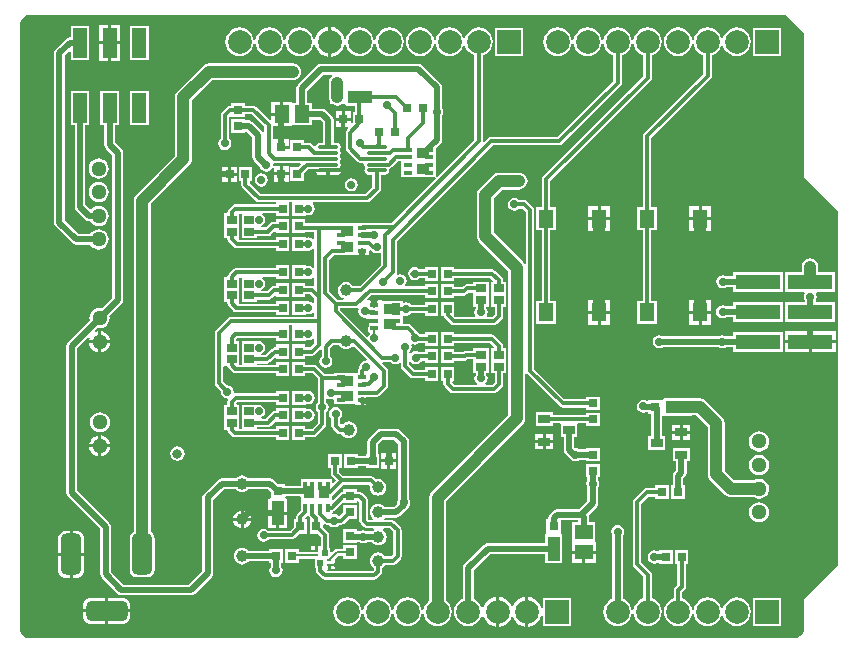
<source format=gtl>
%FSTAX24Y24*%
%MOIN*%
%SFA1B1*%

%IPPOS*%
%AMD41*
4,1,8,0.016700,0.068900,-0.016700,0.068900,-0.033400,0.052200,-0.033400,-0.052200,-0.016700,-0.068900,0.016700,-0.068900,0.033400,-0.052200,0.033400,0.052200,0.016700,0.068900,0.0*
1,1,0.033400,0.016700,0.052200*
1,1,0.033400,-0.016700,0.052200*
1,1,0.033400,-0.016700,-0.052200*
1,1,0.033400,0.016700,-0.052200*
%
%AMD42*
4,1,8,0.068900,-0.016700,0.068900,0.016700,0.052200,0.033400,-0.052200,0.033400,-0.068900,0.016700,-0.068900,-0.016700,-0.052200,-0.033400,0.052200,-0.033400,0.068900,-0.016700,0.0*
1,1,0.033400,0.052200,-0.016700*
1,1,0.033400,0.052200,0.016700*
1,1,0.033400,-0.052200,0.016700*
1,1,0.033400,-0.052200,-0.016700*
%
%ADD10R,0.039400X0.037200*%
%ADD11R,0.039400X0.037300*%
%ADD12R,0.027600X0.011800*%
%ADD13R,0.029500X0.031500*%
%ADD14R,0.015700X0.007900*%
%ADD15R,0.019700X0.019700*%
%ADD16R,0.037200X0.039400*%
%ADD17R,0.037300X0.039400*%
%ADD18R,0.011800X0.027600*%
%ADD19R,0.150000X0.050000*%
%ADD20R,0.051200X0.061000*%
%ADD21R,0.047200X0.098400*%
%ADD22O,0.066900X0.011800*%
%ADD23R,0.051200X0.059100*%
%ADD24R,0.031500X0.029500*%
%ADD25R,0.078700X0.043300*%
%ADD26R,0.031500X0.031500*%
%ADD27R,0.035400X0.027600*%
%ADD28C,0.039400*%
%ADD29R,0.031500X0.031500*%
%ADD30R,0.043300X0.078700*%
%ADD31R,0.040000X0.030000*%
%ADD32R,0.059100X0.051200*%
%ADD33C,0.011800*%
%ADD34C,0.019700*%
%ADD35C,0.008000*%
%ADD36C,0.039400*%
%ADD37C,0.010000*%
%ADD38C,0.051200*%
%ADD39C,0.078700*%
%ADD40R,0.078700X0.078700*%
G04~CAMADD=41~8~0.0~0.0~669.0~1378.0~167.0~0.0~15~0.0~0.0~0.0~0.0~0~0.0~0.0~0.0~0.0~0~0.0~0.0~0.0~0.0~669.0~1378.0*
%ADD41D41*%
G04~CAMADD=42~8~0.0~0.0~669.0~1378.0~167.0~0.0~15~0.0~0.0~0.0~0.0~0~0.0~0.0~0.0~0.0~0~0.0~0.0~0.0~270.0~1378.0~668.0*
%ADD42D42*%
%ADD43C,0.027600*%
%ADD44C,0.031500*%
%LNvapeixshield-1*%
%LPD*%
G36*
X020429Y050936D02*
X020471D01*
X045679*
X046269Y050346*
Y045604*
X046279Y045553*
X046307Y045511*
X047419Y044399*
Y032615*
X046306Y031503*
X046278Y03146*
X046268Y03141*
Y030429*
X04624Y030362*
X046162Y03026*
X04606Y030182*
X046027Y030168*
X020577*
X020569*
X02052Y03017*
X020494Y030171*
X020445Y030175*
X020407Y030179*
X020375Y030187*
X02035Y030195*
X020315Y030202*
X020234Y030256*
X02018Y030337*
X020162Y030429*
X020163Y030436*
X020164Y030445*
Y030452*
X020163Y030456*
Y050708*
X020164*
X020179Y050784*
X020233Y050865*
X020314Y050919*
X020374Y050932*
X020422Y050936*
X020429*
G37*
%LNvapeixshield-2*%
%LPC*%
G36*
X035436Y050532D02*
X035313Y050515D01*
X035198Y050468*
X035099Y050392*
X035024Y050293*
X034978Y050183*
X034966Y050178*
X034938*
X034926Y050183*
X03488Y050293*
X034805Y050392*
X034706Y050468*
X034591Y050515*
X034468Y050532*
X034344Y050515*
X034229Y050468*
X034131Y050392*
X034055Y050293*
X034007Y050178*
X034001Y050128*
X03395*
X033944Y050178*
X033896Y050293*
X03382Y050392*
X033722Y050468*
X033607Y050515*
X033483Y050532*
X03336Y050515*
X033245Y050468*
X033147Y050392*
X033071Y050293*
X033023Y050178*
X033007Y050055*
X033023Y049932*
X033071Y049817*
X033147Y049718*
X033245Y049642*
X03336Y049595*
X033483Y049579*
X033607Y049595*
X033722Y049642*
X03382Y049718*
X033896Y049817*
X033944Y049932*
X03395Y049982*
X034001*
X034007Y049932*
X034055Y049817*
X034131Y049718*
X034229Y049642*
X034344Y049595*
X034468Y049579*
X034591Y049595*
X034706Y049642*
X034805Y049718*
X03488Y049817*
X034926Y049927*
X034938Y049932*
X034966*
X034978Y049927*
X035024Y049817*
X035099Y049718*
X035198Y049642*
X035296Y049602*
Y046792*
X034051Y045548*
X034007Y045574*
Y045605*
Y046071*
Y046512*
X034158Y046664*
X034198Y046723*
X034211Y046792*
Y047601*
X034235Y047636*
X034251Y047721*
X034235Y047805*
X034211Y04784*
Y048532*
X034198Y048601*
X034158Y04866*
X03355Y049268*
X033492Y049307*
X033422Y049321*
X030178*
X030109Y049307*
X030051Y049268*
X029412Y048629*
X029373Y048571*
X029359Y048502*
Y048014*
X029226*
Y048035*
X02892*
Y04764*
Y047244*
X029226*
Y047266*
X029874*
Y047459*
X030144*
X030237Y047367*
Y046696*
X030147*
X030093Y046686*
X030048Y046655*
X030017Y04661*
X03001Y046577*
X029959Y046557*
X029872Y046644*
X029827Y046675*
X029773Y046685*
X029616*
Y046781*
X029163*
Y046367*
X029113Y046344*
X029106Y04635*
Y046495*
X028858*
Y046545*
X028808*
Y046802*
X028611*
X028575Y046837*
Y047244*
X02882*
Y04759*
X028515*
Y047459*
X028468Y04744*
X028025Y047883*
X027979Y047914*
X027926Y047924*
X027657*
Y04801*
X027185*
Y047924*
X027159*
X027106Y047914*
X02706Y047883*
X026875Y047699*
X026845Y047653*
X026834Y047599*
Y046833*
X026819Y046823*
X026771Y046751*
X026754Y046667*
X026771Y046582*
X026819Y04651*
X02689Y046463*
X026975Y046446*
X027059Y046463*
X027131Y04651*
X027179Y046582*
X027196Y046667*
X027179Y046751*
X027131Y046823*
X027115Y046833*
Y04754*
X027153Y047571*
X027185Y047557*
X027657*
Y047643*
X027867*
X028294Y047217*
Y046986*
X028244Y046981*
X028237Y04702*
X028197Y047078*
X027895Y04738*
X027837Y047419*
X027768Y047433*
X027657*
Y047479*
X027185*
Y047026*
X027657*
Y047037*
X027707Y047058*
X027889Y046876*
Y04622*
X027903Y046151*
X027942Y046093*
X028141Y045893*
X02815Y045852*
X028197Y045781*
X028269Y045733*
X028354Y045716*
X028438Y045733*
X02851Y045781*
X028558Y045852*
X028561Y045868*
X028611Y045863*
Y045703*
X028808*
Y04591*
X02862*
X028589Y045928*
X028579Y045936*
X028574Y045989*
X028608Y046023*
X028615Y046022*
X029495*
X029514Y045976*
X029427Y045889*
X029163*
Y045417*
X029616*
Y04568*
X029761Y045825*
X029956*
X029962Y045819*
X030422*
X03085*
X030848Y045831*
X030813Y045883*
X03081Y045885*
X030828Y045912*
X030839Y045965*
X030828Y046019*
X030798Y046064*
X030828Y046108*
X030839Y046162*
X030828Y046216*
X030798Y046261*
X030828Y046305*
X030839Y046359*
X030828Y046413*
X030798Y046457*
X030828Y046502*
X030839Y046556*
X030828Y04661*
X030797Y046655*
X030752Y046686*
X030698Y046696*
X030598*
Y047441*
X030584Y04751*
X030545Y047569*
X030347Y047767*
X030288Y047807*
X030219Y04782*
X029874*
Y048014*
X02972*
Y048427*
X030253Y04896*
X030536*
X030553Y04891*
X030531Y048893*
X030487Y048836*
X030459Y048769*
X03045Y048697*
Y048207*
X030459Y048136*
X030487Y048068*
X030492Y048063*
Y047971*
X030583*
X030589Y047967*
X030656Y047939*
X030728Y04793*
X0308Y047939*
X030867Y047967*
X030873Y047971*
X030964*
X031004Y047946*
Y047912*
X031317*
Y047714*
X031232*
Y047348*
X031224Y047343*
X031174Y04737*
Y047428*
X030976*
Y04722*
X031076*
X031095Y047174*
X031052Y047131*
X031022Y047085*
X031011Y047031*
Y046504*
X031022Y046451*
X031052Y046405*
X031394Y046063*
X03144Y046032*
X031494Y046022*
X031581*
X031622Y045972*
X031621Y045965*
X031631Y045912*
X031661Y045867*
X031631Y045822*
X031621Y045769*
X031631Y045715*
X031662Y045669*
X031707Y045639*
X031761Y045628*
X031895*
Y045216*
X031661Y044982*
X028168*
X027803Y045348*
Y045401*
X027889*
Y045873*
X027436*
Y045401*
X027522*
Y045289*
X027533Y045236*
X027563Y04519*
X028011Y044742*
X028056Y044712*
X02811Y044701*
X028674*
Y044635*
X027317*
X027263Y044624*
X027217Y044593*
X027098Y044475*
X027068Y044429*
X027057Y044375*
Y044337*
X026942*
Y043904*
Y043511*
X027057*
Y043483*
X027068Y04343*
X027098Y043384*
X027269Y043214*
X027314Y043183*
X027368Y043172*
X028674*
Y043077*
X029127*
Y043549*
X028674*
Y043453*
X027464*
X027458Y043463*
X027454Y043511*
Y043904*
Y044322*
X027493Y044345*
X027532Y044322*
Y043904*
Y043511*
X028044*
Y043587*
X028416*
X028469Y043598*
X028515Y043629*
X028624Y043738*
X028674Y043717*
Y043667*
X029127*
Y04414*
X028674*
Y044044*
X028591*
X028538Y044033*
X028492Y044003*
X028357Y043868*
X028201*
X028187Y043915*
X028188Y043918*
X028257Y043965*
X028305Y044036*
X028322Y044121*
X028305Y044205*
X028257Y044277*
X028217Y044304*
X028233Y044354*
X028674*
Y044258*
X029127*
Y044701*
X029206*
Y044258*
X029658*
X029708Y044282*
X02975Y044273*
X029834Y04429*
X029906Y044338*
X029954Y04441*
X02997Y044494*
X029954Y044579*
X029906Y04465*
X029904Y044651*
X029919Y044701*
X031719*
X031773Y044712*
X031819Y044742*
X032135Y045059*
X032165Y045104*
X032176Y045158*
Y045628*
X032312*
X032366Y045639*
X032412Y045669*
X032442Y045715*
X032453Y045769*
X032451Y045777*
X032489Y045835*
X032491Y045836*
X032537Y045866*
X032739Y046068*
X032848*
Y045816*
Y04556*
X03325*
X033281*
X0333Y045562*
X033573*
Y04556*
X033959*
X033993*
X034019Y045515*
X032528Y044024*
X031577*
X031523Y044013*
X031506Y044002*
X031372*
X031341*
X031322Y044*
X031049*
Y044002*
X030932*
X030918Y044004*
X029658*
Y04414*
X029206*
Y043667*
X029658*
Y043723*
X029957*
Y043483*
X029907Y043468*
X029906Y043469*
X029834Y043517*
X02975Y043534*
X029708Y043526*
X029658Y043549*
X029206*
Y043077*
X029658*
X029708Y0431*
X02975Y043092*
X029834Y043109*
X029906Y043157*
X029907Y043158*
X029957Y043143*
Y042538*
X029907Y042523*
X029906Y042524*
X029834Y042572*
X02975Y042589*
X029708Y042581*
X029658Y042604*
X029206*
Y042132*
X029658*
X029708Y042156*
X02975Y042147*
X029834Y042164*
X029906Y042212*
X029907Y042214*
X029957Y042198*
Y041945*
X029907Y041912*
X029877Y041918*
X029658*
Y042014*
X029206*
Y041541*
X029658*
Y041637*
X029819*
X029957Y041499*
Y041357*
X029907Y041342*
X029906Y041343*
X029834Y041391*
X02975Y041408*
X029708Y0414*
X029658Y041423*
X029206*
Y040951*
X029658*
X029708Y040974*
X02975Y040966*
X029834Y040983*
X029906Y041031*
X029907Y041032*
X029957Y041017*
Y040887*
X027178*
X027124Y040876*
X027078Y040845*
X026673Y04044*
X026642Y040394*
X026632Y040341*
Y038678*
X026642Y038624*
X026673Y038579*
X026839Y038413*
X026835Y038394*
X026852Y03831*
X0269Y038238*
X026971Y03819*
X027056Y038173*
X027085Y038128*
X027068Y038103*
X027057Y038049*
Y037956*
X026942*
Y037523*
Y03713*
X027057*
Y037117*
X027068Y037063*
X027098Y037018*
X027201Y036914*
X027247Y036884*
X027301Y036873*
X028674*
Y036778*
X029127*
Y03725*
X028674*
Y037154*
X028044*
Y037206*
X028401*
X028454Y037217*
X0285Y037247*
X028637Y037384*
X028674Y037368*
X029127*
Y037841*
X028674*
Y037745*
X028659*
X028605Y037734*
X028559Y037704*
X028343Y037487*
X028201*
X028187Y037533*
X028188Y037537*
X028257Y037583*
X028305Y037655*
X028322Y037739*
X028305Y037824*
X028257Y037896*
X028186Y037943*
X028101Y03796*
X028051Y03795*
X028044Y037956*
X027532*
Y037523*
Y037154*
X027454*
Y037523*
Y037956*
X027374*
X027353Y038006*
X027401Y038054*
X028674*
Y037959*
X029127*
Y038431*
X028674*
Y038335*
X027343*
X027315Y03833*
X027272Y038368*
X027277Y038394*
X02726Y038479*
X027212Y03855*
X02714Y038598*
X027056Y038615*
X027037Y038611*
X026913Y038736*
Y039217*
X026942Y039255*
X026963*
X027059*
X027068Y039212*
X027098Y039167*
X027225Y03904*
X02727Y03901*
X027324Y038999*
X028674*
Y038904*
X029127*
Y039376*
X028674*
Y03928*
X028044*
Y039331*
X028376*
X02843Y039341*
X028476Y039372*
X028628Y039524*
X028674Y039505*
Y039494*
X029127*
Y039967*
X028674*
Y039871*
X028635*
X028582Y03986*
X028536Y03983*
X028318Y039612*
X028202*
X028187Y039658*
X028188Y039662*
X028257Y039708*
X028305Y03978*
X028322Y039864*
X028305Y039949*
X028257Y04002*
X028186Y040068*
X028101Y040085*
X028051Y040075*
X028044Y040081*
X027532*
Y039648*
Y03928*
X027454*
Y039648*
Y040081*
X027338*
Y04014*
X027378Y04018*
X028674*
Y040085*
X029127*
Y040556*
Y040557*
X02913Y040606*
X029202*
X029206Y040557*
Y040085*
X029658*
X029708Y040108*
X02975Y0401*
X029834Y040117*
X029906Y040165*
X029907Y040166*
X029957Y040151*
Y040019*
X029809Y039871*
X029658*
Y039967*
X029206*
Y039494*
X029658*
Y03959*
X029867*
X029921Y039601*
X029966Y039631*
X03015Y039815*
X0302Y039794*
Y039574*
X030184Y039564*
X030137Y039492*
X03012Y039408*
X030137Y039323*
X030184Y039252*
X030256Y039204*
X030341Y039187*
X030425Y039204*
X030497Y039252*
X030545Y039323*
X030561Y039408*
X030545Y039492*
X030497Y039564*
X030481Y039574*
Y039836*
X030588Y039943*
X030779*
X030822Y039887*
X03088Y039843*
X030947Y039815*
X031019Y039806*
X031091Y039815*
X031158Y039843*
X031215Y039887*
X031223Y039896*
X031272Y039899*
X031702Y03947*
X03169Y039447*
X031676Y039425*
X031594Y039409*
X031523Y039361*
X031475Y03929*
X031458Y039205*
X031462Y039187*
X031458Y039183*
X031427Y039137*
X031417Y039083*
Y039027*
X031367Y039014*
X031341*
X031322Y039012*
X031049*
Y039014*
X030616*
Y038981*
X030318*
X030059Y039239*
X030014Y03927*
X02996Y03928*
X029658*
Y039376*
X029206*
Y038904*
X029658*
Y038999*
X029902*
X030078Y038823*
Y038033*
X030063Y038023*
X030015Y037951*
X029998Y037867*
X030015Y037782*
X030063Y037711*
X030078Y0377*
Y037357*
X029875Y037154*
X029658*
Y03725*
X029206*
Y036778*
X029658*
Y036873*
X029933*
X029987Y036884*
X030033Y036914*
X030318Y0372*
X030349Y037245*
X030359Y037299*
Y0377*
X030375Y037711*
X030423Y037782*
X03044Y037867*
X030423Y037951*
X030375Y038023*
X030359Y038033*
Y038136*
X030403Y038159*
X030418Y03815*
X030503Y038133*
X030566Y038145*
X030616Y038113*
Y037972*
X030771*
X031319*
Y037951*
X031507*
Y03811*
X031557*
Y03816*
X031795*
Y038225*
X032055*
X032109Y038235*
X032155Y038266*
X032378Y038489*
X032409Y038535*
X032419Y038589*
Y039092*
X032409Y039146*
X032378Y039191*
X03223Y039339*
X032251Y039389*
X032485*
X032496Y039373*
X032567Y039326*
X032652Y039309*
X032736Y039326*
X032786Y039359*
X032836Y039332*
Y039246*
X032847Y039192*
X032877Y039146*
X033143Y038881*
X033188Y03885*
X033242Y038839*
X033642*
Y038744*
X034094*
Y039216*
X033642*
Y03912*
X0333*
X033117Y039304*
Y039386*
X033167Y039401*
X033185Y039373*
X033257Y039326*
X033341Y039309*
X033426Y039326*
X033497Y039373*
X033535Y03943*
X033642*
Y039334*
X034094*
Y039807*
X033642*
Y039711*
X03346*
X033426Y039734*
X033341Y03975*
X033257Y039734*
X033185Y039686*
X033167Y039658*
X033117Y039673*
Y039728*
X033132Y039738*
X03318Y03981*
X033197Y039894*
X03319Y039933*
X033196Y039943*
X033233Y039971*
X033301Y039958*
X033385Y039974*
X033454Y040021*
X033642*
Y039925*
X034094*
Y040397*
X033642*
Y040302*
X033479*
X033457Y040334*
X033385Y040382*
X033369Y040386*
X03335Y040433*
Y040434*
X033349Y040435*
X033335Y040457*
X03332Y040479*
Y04048*
X033319*
X033193Y040607*
X033147Y040637*
X033093Y040648*
X032904*
Y040905*
X032954Y040937*
X033017Y040925*
X033101Y040941*
X033173Y040989*
X033183Y041005*
X033642*
Y040909*
X034094*
Y041381*
X033642*
Y041286*
X033183*
X033173Y041301*
X033101Y041349*
X033017Y041366*
X032954Y041354*
X032904Y041386*
Y041411*
X032748*
X0322*
Y041432*
X032013*
Y041273*
X031913*
Y041432*
X031771*
X031742*
X031719Y04148*
X031858Y041618*
X033642*
Y0415*
X034094*
Y041972*
X033642*
Y041899*
X03301*
X032984Y041949*
X033018Y042*
X033035Y042084*
X033018Y042169*
X03297Y04224*
X032899Y042288*
X032814Y042305*
X032743Y042291*
X032735Y042296*
X032711Y042318*
X032704Y04233*
X032711Y042368*
Y043405*
X035914Y046607*
X038126*
X03818Y046618*
X038226Y046648*
X040167Y04859*
X040198Y048635*
X040208Y048689*
Y049602*
X040306Y049642*
X040405Y049718*
X04048Y049817*
X040528Y049932*
X04054Y050019*
X040542Y050042*
X040593*
X040596Y050019*
X040607Y049932*
X040655Y049817*
X040731Y049718*
X040829Y049642*
X040927Y049602*
Y048914*
X03758Y045568*
X03755Y045522*
X037539Y045468*
Y044548*
X037345*
Y043781*
X037539*
Y041419*
X037345*
Y040651*
X038014*
Y041419*
X03782*
Y043781*
X038014*
Y044548*
X03782*
Y04541*
X041167Y048757*
X041198Y048803*
X041208Y048856*
Y049602*
X041306Y049642*
X041405Y049718*
X04148Y049817*
X041528Y049932*
X041544Y050055*
X041528Y050178*
X04148Y050293*
X041405Y050392*
X041306Y050468*
X041191Y050515*
X041068Y050532*
X040944Y050515*
X040829Y050468*
X040731Y050392*
X040655Y050293*
X040607Y050178*
X040596Y050091*
X040593Y050068*
X040542*
X04054Y050091*
X040528Y050178*
X04048Y050293*
X040405Y050392*
X040306Y050468*
X040191Y050515*
X040068Y050532*
X039944Y050515*
X039829Y050468*
X039731Y050392*
X039655Y050293*
X039607Y050178*
X039596Y050091*
X039593Y050068*
X039542*
X03954Y050091*
X039528Y050178*
X03948Y050293*
X039405Y050392*
X039306Y050468*
X039191Y050515*
X039068Y050532*
X038944Y050515*
X038829Y050468*
X038731Y050392*
X038655Y050293*
X038607Y050178*
X038596Y050091*
X038593Y050068*
X038542*
X03854Y050091*
X038528Y050178*
X03848Y050293*
X038405Y050392*
X038306Y050468*
X038191Y050515*
X038068Y050532*
X037944Y050515*
X037829Y050468*
X037731Y050392*
X037655Y050293*
X037607Y050178*
X037591Y050055*
X037607Y049932*
X037655Y049817*
X037731Y049718*
X037829Y049642*
X037944Y049595*
X038068Y049578*
X038191Y049595*
X038306Y049642*
X038405Y049718*
X03848Y049817*
X038528Y049932*
X03854Y050019*
X038542Y050042*
X038593*
X038596Y050019*
X038607Y049932*
X038655Y049817*
X038731Y049718*
X038829Y049642*
X038944Y049595*
X039068Y049578*
X039191Y049595*
X039306Y049642*
X039405Y049718*
X03948Y049817*
X039528Y049932*
X03954Y050019*
X039542Y050042*
X039593*
X039596Y050019*
X039607Y049932*
X039655Y049817*
X039731Y049718*
X039829Y049642*
X039927Y049602*
Y048747*
X038068Y046888*
X035856*
X035802Y046877*
X035756Y046847*
X035624Y046715*
X035587Y04673*
X035577Y046738*
Y049602*
X035674Y049642*
X035773Y049718*
X035849Y049817*
X035896Y049932*
X035913Y050055*
X035896Y050178*
X035849Y050293*
X035773Y050392*
X035674Y050468*
X03556Y050515*
X035436Y050532*
G37*
G36*
X044036D02*
X043913Y050515D01*
X043798Y050468*
X043699Y050392*
X043624Y050293*
X043578Y050183*
X043565Y050178*
X043538*
X043526Y050183*
X04348Y050293*
X043405Y050392*
X043306Y050468*
X043191Y050515*
X043068Y050532*
X042944Y050515*
X042829Y050468*
X042731Y050392*
X042655Y050293*
X042607Y050178*
X042601Y050128*
X04255*
X042544Y050178*
X042496Y050293*
X04242Y050392*
X042322Y050468*
X042207Y050515*
X042083Y050532*
X04196Y050515*
X041845Y050468*
X041746Y050392*
X041671Y050293*
X041623Y050178*
X041607Y050055*
X041623Y049932*
X041671Y049817*
X041746Y049718*
X041845Y049642*
X04196Y049595*
X042083Y049578*
X042207Y049595*
X042322Y049642*
X04242Y049718*
X042496Y049817*
X042544Y049932*
X04255Y049982*
X042601*
X042607Y049932*
X042655Y049817*
X042731Y049718*
X042829Y049642*
X042927Y049602*
Y04899*
X040945Y047008*
X040915Y046962*
X040904Y046908*
Y044549*
X04071*
Y043781*
X040904*
Y041419*
X04071*
Y040651*
X041379*
Y041419*
X041185*
Y043781*
X041379*
Y044549*
X041185*
Y04685*
X043167Y048832*
X043197Y048878*
X043208Y048931*
Y049602*
X043306Y049642*
X043405Y049718*
X04348Y049817*
X043526Y049927*
X043538Y049932*
X043565*
X043578Y049927*
X043624Y049817*
X043699Y049718*
X043798Y049642*
X043913Y049595*
X044036Y049578*
X04416Y049595*
X044274Y049642*
X044373Y049718*
X044449Y049817*
X044496Y049932*
X044513Y050055*
X044496Y050178*
X044449Y050293*
X044373Y050392*
X044274Y050468*
X04416Y050515*
X044036Y050532*
G37*
G36*
X030418Y050546D02*
X030339Y050536D01*
X030219Y050486*
X030116Y050407*
X030036Y050304*
X029987Y050184*
X029982Y05015*
X029932*
X029928Y050178*
X02988Y050293*
X029805Y050392*
X029706Y050468*
X029591Y050515*
X029468Y050532*
X029344Y050515*
X029229Y050468*
X029131Y050392*
X029055Y050293*
X029007Y050178*
X028996Y050091*
X028993Y050068*
X028942*
X02894Y050091*
X028928Y050178*
X02888Y050293*
X028805Y050392*
X028706Y050468*
X028591Y050515*
X028468Y050532*
X028344Y050515*
X028229Y050468*
X028131Y050392*
X028055Y050293*
X028007Y050178*
X027996Y050091*
X027993Y050068*
X027943*
X02794Y050091*
X027928Y050178*
X02788Y050293*
X027805Y050392*
X027706Y050468*
X027591Y050515*
X027468Y050532*
X027344Y050515*
X027229Y050468*
X027131Y050392*
X027055Y050293*
X027007Y050178*
X026991Y050055*
X027007Y049932*
X027055Y049817*
X027131Y049718*
X027229Y049642*
X027344Y049595*
X027468Y049579*
X027591Y049595*
X027706Y049642*
X027805Y049718*
X02788Y049817*
X027928Y049932*
X02794Y05002*
X027943Y050042*
X027993*
X027996Y05002*
X028007Y049932*
X028055Y049817*
X028131Y049718*
X028229Y049642*
X028344Y049595*
X028468Y049579*
X028591Y049595*
X028706Y049642*
X028805Y049718*
X02888Y049817*
X028928Y049932*
X02894Y05002*
X028942Y050042*
X028993*
X028996Y05002*
X029007Y049932*
X029055Y049817*
X029131Y049718*
X029229Y049642*
X029344Y049595*
X029468Y049579*
X029591Y049595*
X029706Y049642*
X029805Y049718*
X02988Y049817*
X029928Y049932*
X029932Y049961*
X029982*
X029987Y049926*
X030036Y049806*
X030116Y049703*
X030219Y049624*
X030339Y049574*
X030418Y049564*
Y050055*
Y050546*
G37*
G36*
X023468Y050611D02*
X023182D01*
Y050069*
X023468*
Y050611*
G37*
G36*
X023082D02*
X022795D01*
Y050069*
X023082*
Y050611*
G37*
G36*
X036909Y050528D02*
X035964D01*
Y049583*
X036909*
Y050528*
G37*
G36*
X045509Y050527D02*
X044564D01*
Y049583*
X045509*
Y050527*
G37*
G36*
X030518Y050546D02*
Y050055D01*
Y049564*
X030597Y049574*
X030717Y049624*
X03082Y049703*
X030899Y049806*
X030949Y049926*
X030953Y049961*
X031004*
X031007Y049932*
X031055Y049817*
X031131Y049718*
X031229Y049642*
X031344Y049595*
X031468Y049579*
X031591Y049595*
X031706Y049642*
X031805Y049718*
X03188Y049817*
X031928Y049932*
X03194Y05002*
X031943Y050042*
X031993*
X031996Y05002*
X032007Y049932*
X032055Y049817*
X032131Y049718*
X032229Y049642*
X032344Y049595*
X032468Y049579*
X032591Y049595*
X032706Y049642*
X032805Y049718*
X03288Y049817*
X032928Y049932*
X032944Y050055*
X032928Y050178*
X03288Y050293*
X032805Y050392*
X032706Y050468*
X032591Y050515*
X032468Y050532*
X032344Y050515*
X032229Y050468*
X032131Y050392*
X032055Y050293*
X032007Y050178*
X031996Y050091*
X031993Y050068*
X031943*
X03194Y050091*
X031928Y050178*
X03188Y050293*
X031805Y050392*
X031706Y050468*
X031591Y050515*
X031468Y050532*
X031344Y050515*
X031229Y050468*
X031131Y050392*
X031055Y050293*
X031007Y050178*
X031004Y05015*
X030953*
X030949Y050184*
X030899Y050304*
X03082Y050407*
X030717Y050486*
X030597Y050536*
X030518Y050546*
G37*
G36*
X024431Y050589D02*
X023801D01*
Y049448*
X024431*
Y050589*
G37*
G36*
X022462D02*
X021832D01*
Y050199*
X021811*
X021742Y050185*
X021683Y050146*
X021332Y049795*
X021293Y049736*
X021279Y049667*
Y044031*
X021293Y043962*
X021332Y043903*
X021894Y043341*
X021953Y043302*
X022022Y043288*
X022485*
X02253Y04323*
X0226Y043176*
X022681Y043142*
X022768Y043131*
X022856Y043142*
X022937Y043176*
X023007Y04323*
X023061Y0433*
X023094Y043381*
X023106Y043468*
X023094Y043556*
X023061Y043637*
X023007Y043707*
X022937Y043761*
X022856Y043795*
X022768Y043806*
X022681Y043795*
X0226Y043761*
X02253Y043707*
X022485Y043649*
X022097*
X02164Y044106*
Y049592*
X021786Y049738*
X021832Y049719*
Y049448*
X022462*
Y050589*
G37*
G36*
X023468Y049969D02*
X023182D01*
Y049426*
X023468*
Y049969*
G37*
G36*
X023082D02*
X022795D01*
Y049426*
X023082*
Y049969*
G37*
G36*
X02882Y048035D02*
X028515D01*
Y04769*
X02882*
Y048035*
G37*
G36*
X031174Y047735D02*
X030976D01*
Y047528*
X031174*
Y047735*
G37*
G36*
X030876D02*
X030679D01*
Y047528*
X030876*
Y047735*
G37*
G36*
X024431Y048424D02*
X023801D01*
Y047282*
X024431*
Y048424*
G37*
G36*
X030876Y047428D02*
X030679D01*
Y04722*
X030876*
Y047428*
G37*
G36*
X028908Y046802D02*
Y046595D01*
X029106*
Y046802*
X028908*
G37*
G36*
X029106Y04591D02*
X028908D01*
Y045703*
X029106*
Y04591*
G37*
G36*
X027379Y045894D02*
X027181D01*
Y045687*
X027379*
Y045894*
G37*
G36*
X027081D02*
X026883D01*
Y045687*
X027081*
Y045894*
G37*
G36*
X03085Y045718D02*
X030472D01*
Y045606*
X030698*
X03076Y045619*
X030813Y045654*
X030848Y045706*
X03085Y045718*
G37*
G36*
X030372D02*
X029995D01*
X029997Y045706*
X030032Y045654*
X030085Y045619*
X030147Y045606*
X030372*
Y045718*
G37*
G36*
X022768Y046168D02*
X022681Y046157D01*
X0226Y046123*
X02253Y046069*
X022476Y045999*
X022442Y045918*
X022431Y045831*
X022442Y045743*
X022476Y045662*
X02253Y045592*
X0226Y045538*
X022681Y045505*
X022768Y045493*
X022856Y045505*
X022937Y045538*
X023007Y045592*
X023061Y045662*
X023094Y045743*
X023106Y045831*
X023094Y045918*
X023061Y045999*
X023007Y046069*
X022937Y046123*
X022856Y046157*
X022768Y046168*
G37*
G36*
X029106Y045603D02*
X028908D01*
Y045395*
X029106*
Y045603*
G37*
G36*
X028808D02*
X028611D01*
Y045395*
X028808*
Y045603*
G37*
G36*
X027379Y045587D02*
X027181D01*
Y04538*
X027379*
Y045587*
G37*
G36*
X027081D02*
X026883D01*
Y04538*
X027081*
Y045587*
G37*
G36*
X028191Y045671D02*
X028107Y045654D01*
X028035Y045606*
X027987Y045534*
X027971Y04545*
X027987Y045366*
X028035Y045294*
X028107Y045246*
X028191Y045229*
X028276Y045246*
X028347Y045294*
X028395Y045366*
X028412Y04545*
X028395Y045534*
X028347Y045606*
X028276Y045654*
X028191Y045671*
G37*
G36*
X031192Y045509D02*
X031108Y045492D01*
X031036Y045444*
X030988Y045372*
X030971Y045288*
X030988Y045203*
X031036Y045132*
X031108Y045084*
X031192Y045067*
X031277Y045084*
X031348Y045132*
X031396Y045203*
X031413Y045288*
X031396Y045372*
X031348Y045444*
X031277Y045492*
X031192Y045509*
G37*
G36*
X022768Y045381D02*
X022681Y045369D01*
X0226Y045336*
X02253Y045282*
X022476Y045212*
X022442Y045131*
X022431Y045043*
X022442Y044956*
X022476Y044875*
X02253Y044805*
X0226Y044751*
X022681Y044717*
X022768Y044706*
X022856Y044717*
X022937Y044751*
X023007Y044805*
X023061Y044875*
X023094Y044956*
X023106Y045043*
X023094Y045131*
X023061Y045212*
X023007Y045282*
X022937Y045336*
X022856Y045369*
X022768Y045381*
G37*
G36*
X043172Y04457D02*
X042866D01*
Y044215*
X043172*
Y04457*
G37*
G36*
X042766D02*
X04246D01*
Y044215*
X042766*
Y04457*
G37*
G36*
X039807D02*
X039502D01*
Y044215*
X039807*
Y04457*
G37*
G36*
X039402D02*
X039096D01*
Y044215*
X039402*
Y04457*
G37*
G36*
X022462Y048424D02*
X021832D01*
Y047282*
X021967*
Y04456*
X02198Y044491*
X02202Y044432*
X022323Y044128*
X022382Y044089*
X022451Y044075*
X022485*
X02253Y044017*
X0226Y043964*
X022681Y04393*
X022768Y043918*
X022856Y04393*
X022937Y043964*
X023007Y044017*
X023061Y044087*
X023094Y044169*
X023106Y044256*
X023094Y044343*
X023061Y044425*
X023007Y044495*
X022937Y044548*
X022856Y044582*
X022768Y044593*
X022681Y044582*
X0226Y044548*
X02253Y044495*
X022526Y04449*
X022476Y044486*
X022328Y044635*
Y047282*
X022462*
Y048424*
G37*
G36*
X043172Y044115D02*
X042866D01*
Y04376*
X043172*
Y044115*
G37*
G36*
X042766D02*
X04246D01*
Y04376*
X042766*
Y044115*
G37*
G36*
X039807D02*
X039502D01*
Y043759*
X039807*
Y044115*
G37*
G36*
X039402D02*
X039096D01*
Y043759*
X039402*
Y044115*
G37*
G36*
X034094Y042563D02*
X033642D01*
Y042467*
X033468*
X033457Y042484*
X033385Y042532*
X033301Y042548*
X033216Y042532*
X033145Y042484*
X033097Y042412*
X03308Y042328*
X033097Y042243*
X033145Y042171*
X033216Y042124*
X033301Y042107*
X033385Y042124*
X033457Y042171*
X033467Y042186*
X033642*
Y04209*
X034094*
Y042563*
G37*
G36*
X045569Y042384D02*
X043912D01*
Y042236*
X043691*
X043656Y042259*
X043572Y042276*
X043487Y042259*
X043415Y042211*
X043368Y042139*
X043351Y042055*
X043368Y041971*
X043415Y041899*
X043487Y041851*
X043572Y041834*
X043656Y041851*
X043691Y041874*
X043912*
Y041726*
X045569*
Y042384*
G37*
G36*
X029127Y042604D02*
X028674D01*
Y042509*
X02734*
X027286Y042498*
X02724Y042467*
X027098Y042325*
X027068Y04228*
X027057Y042226*
Y042211*
X026942*
Y041778*
Y041385*
X027057*
Y041334*
X027068Y04128*
X027098Y041235*
X027246Y041088*
X027291Y041057*
X027345Y041047*
X028674*
Y040951*
X029127*
Y041423*
X028674*
Y041328*
X027441*
X027435Y041335*
X027454Y041385*
Y041778*
Y042196*
X027493Y042219*
X027532Y042196*
Y041778*
Y041385*
X028044*
Y041461*
X028439*
X028493Y041472*
X028538Y041503*
X028624Y041588*
X028674Y041568*
Y041541*
X029127*
Y042014*
X028674*
Y041918*
X028615*
X028561Y041907*
X028515Y041877*
X028381Y041742*
X028201*
X028187Y041789*
X028188Y041792*
X028257Y041839*
X028305Y04191*
X028322Y041995*
X028305Y042079*
X028257Y042151*
X028217Y042178*
X028233Y042228*
X028674*
Y042132*
X029127*
Y042604*
G37*
G36*
X045569Y041384D02*
X043912D01*
Y041236*
X043686*
X043651Y041259*
X043567Y041276*
X043482Y041259*
X043411Y041211*
X043363Y041139*
X043346Y041055*
X043363Y040971*
X043411Y040899*
X043482Y040851*
X043567Y040834*
X043651Y040851*
X043686Y040874*
X043912*
Y040726*
X045569*
Y041384*
G37*
G36*
X023446Y048424D02*
X022817D01*
Y047282*
X022951*
Y046617*
X022965Y046548*
X023004Y046489*
X023226Y046267*
Y041523*
X022872Y041169*
X022799Y041179*
X022712Y041167*
X022631Y041134*
X022561Y04108*
X022507Y04101*
X022473Y040929*
X022462Y040841*
X022471Y040769*
X021738Y040035*
X021698Y039976*
X021685Y039907*
Y035028*
X021698Y034959*
X021738Y034901*
X02282Y033818*
Y032311*
X022834Y032242*
X022873Y032184*
X0234Y031657*
X023459Y031617*
X023528Y031604*
X025839*
X025909Y031617*
X025967Y031657*
X026535Y032224*
X026574Y032283*
X026588Y032352*
Y034791*
X026939Y035143*
X027343*
X027355Y035127*
X027413Y035082*
X02748Y035055*
X027552Y035045*
X027624Y035055*
X027691Y035082*
X027749Y035127*
X027761Y035143*
X028416*
X028497Y035062*
Y034845*
X028454Y034827*
X028417*
Y034383*
X028733*
X02905*
Y034827*
X029012*
X029005Y03483*
X028993Y034889*
X029005Y0349*
X029468*
X029503Y034865*
Y034765*
Y034715*
Y034543*
X0295Y03453*
Y034427*
X029394Y034321*
X029364Y034275*
X029353Y034222*
Y034135*
X029267*
Y033871*
X029145Y03375*
X028439*
X028429Y033765*
X028357Y033813*
X028272Y03383*
X028188Y033813*
X028116Y033765*
X028068Y033694*
X028052Y033609*
X028068Y033525*
X028116Y033453*
X028188Y033405*
X028272Y033388*
X028357Y033405*
X028429Y033453*
X028439Y033469*
X029204*
X029257Y033479*
X029303Y03351*
X029456Y033663*
X02972*
Y034135*
X029676*
X029655Y034185*
X029715Y034244*
X029732*
X029773Y034232*
X029797Y034197*
X029816Y034178*
X029798Y034135*
Y033663*
X030062*
X030173Y033552*
Y033232*
X030076*
Y033093*
X029976*
Y033232*
X029848*
Y033054*
X029433*
Y033151*
X02898*
Y032679*
X029433*
Y032812*
X029973*
Y032517*
X030009*
Y032421*
X03002Y032367*
X03005Y032322*
X030201Y032172*
X030246Y032141*
X0303Y03213*
X031963*
X032016Y032141*
X032062Y032172*
X032185Y032294*
X032215Y03234*
X032226Y032394*
Y032519*
X032282Y032562*
X032325Y032618*
X032572*
X032625Y032628*
X032671Y032659*
X032832Y03282*
X032863Y032866*
X032874Y03292*
Y033771*
X032863Y033825*
X032832Y033871*
X03263Y034073*
X032584Y034104*
X03253Y034115*
X032295*
X032277Y034162*
X032302Y034193*
X032687*
X032756Y034207*
X032814Y034246*
X033064Y034495*
X033103Y034554*
X033106Y034568*
X03314Y034619*
X033157Y034704*
X03314Y034788*
X033116Y034823*
Y036732*
X033103Y036801*
X033064Y036859*
X03282Y037103*
X032762Y037142*
X032693Y037155*
X032165*
X032096Y037142*
X032038Y037103*
X031772Y036837*
X031733Y036778*
X031719Y036709*
Y036319*
X031673*
Y036263*
X0314*
Y036319*
X030948*
Y035846*
X0314*
Y035902*
X031673*
Y035846*
X032126*
Y036319*
X03208*
Y036634*
X03224Y036794*
X032618*
X032755Y036657*
Y034823*
X032732Y034788*
X032715Y034704*
X032723Y034665*
X032612Y034554*
X032294*
X032282Y03457*
X032224Y034614*
X032157Y034642*
X032085Y034652*
X032013Y034642*
X031946Y034614*
X031889Y03457*
X031845Y034513*
X031817Y034446*
X031807Y034374*
X031817Y034302*
X031845Y034235*
X031889Y034177*
X031905Y034165*
X031888Y034115*
X031777*
X031738Y034154*
Y034785*
X031727Y034839*
X031697Y034884*
X031561Y03502*
X031516Y035051*
X031462Y035061*
X031374*
Y035147*
X030902*
Y035057*
X030869Y035051*
X030823Y03502*
X030593Y03479*
X030543Y034811*
Y034921*
X030573Y034941*
X030926Y035293*
X031776*
X031814Y035251*
X031807Y035202*
X031817Y03513*
X031845Y035063*
X031889Y035005*
X031946Y034961*
X032013Y034933*
X032085Y034924*
X032157Y034933*
X032224Y034961*
X032282Y035005*
X032326Y035063*
X032354Y03513*
X032363Y035202*
X032354Y035274*
X032326Y035341*
X032282Y035398*
X032224Y035442*
X032157Y03547*
X032085Y03548*
X032015Y03547*
X031952Y035533*
X031907Y035564*
X031853Y035574*
X030926*
X030783Y035717*
Y035846*
X030869*
Y036319*
X030416*
Y035846*
X030502*
Y035659*
X030513Y035605*
X030543Y03556*
X030669Y035434*
X030591Y035356*
X030545Y035375*
Y035471*
X029503*
Y035316*
Y035262*
X028969*
Y035317*
X028752*
X028619Y035451*
X02856Y03549*
X028491Y035504*
X027761*
X027749Y03552*
X027691Y035564*
X027624Y035592*
X027552Y035601*
X02748Y035592*
X027413Y035564*
X027355Y03552*
X027343Y035504*
X026864*
X026795Y03549*
X026736Y035451*
X026279Y034994*
X02624Y034935*
X026226Y034866*
Y032427*
X025765Y031965*
X023603*
X023181Y032386*
Y033893*
X023168Y033962*
X023129Y034021*
X022046Y035103*
Y039832*
X022426Y040212*
X022468Y040184*
X022453Y040147*
X022447Y040104*
X022749*
Y040406*
X022707Y040401*
X02267Y040386*
X022641Y040428*
X022727Y040513*
X022799Y040504*
X022887Y040515*
X022968Y040549*
X023038Y040603*
X023092Y040673*
X023126Y040754*
X023137Y040841*
X023127Y040914*
X023534Y041321*
X023573Y041379*
X023587Y041448*
Y046342*
X023573Y046411*
X023534Y04647*
X023312Y046692*
Y047282*
X023446*
Y048424*
G37*
G36*
X043172Y04144D02*
X042866D01*
Y041085*
X043172*
Y04144*
G37*
G36*
X042766D02*
X04246D01*
Y041085*
X042766*
Y04144*
G37*
G36*
X039807D02*
X039502D01*
Y041085*
X039807*
Y04144*
G37*
G36*
X039402D02*
X039096D01*
Y041085*
X039402*
Y04144*
G37*
G36*
X034626Y042563D02*
X034173D01*
Y04209*
X034626*
Y042186*
X035827*
X035915Y042098*
X035895Y042052*
X035849*
Y041619*
Y041226*
X035964*
Y040972*
X035878Y040887*
X035728*
X035701Y040937*
X035718Y040962*
X035735Y041047*
X035718Y041131*
X035695Y041166*
Y041226*
X03577*
Y041619*
Y042052*
X035258*
Y041972*
X035035*
X034981Y041961*
X034936Y041931*
X034881Y041876*
X034626*
Y041972*
X034173*
Y0415*
X034626*
Y041595*
X034939*
X034993Y041606*
X035039Y041636*
X035093Y041691*
X035258*
Y041226*
X035334*
Y041166*
X03531Y041131*
X035293Y041047*
X03531Y040962*
X035327Y040937*
X035301Y040887*
X034657*
X034626Y040917*
Y041381*
X034173*
Y040909*
X034266*
X03427Y040891*
X0343Y040846*
X034499Y040647*
X034545Y040616*
X034598Y040606*
X035937*
X03599Y040616*
X036036Y040647*
X036204Y040815*
X036235Y04086*
X036245Y040914*
Y041226*
X036361*
Y041619*
Y042052*
X036245*
Y042106*
X036235Y04216*
X036204Y042206*
X035984Y042426*
X035938Y042456*
X035885Y042467*
X034626*
Y042563*
G37*
G36*
X046485Y042838D02*
X046413Y042828D01*
X046346Y0428*
X046288Y042756*
X046244Y042699*
X046216Y042632*
X046207Y04256*
Y042384*
X045662*
Y041726*
X04628*
X046307Y041676*
X046287Y041646*
X04627Y041562*
X046287Y041477*
X04631Y041442*
Y041384*
X045662*
Y040726*
X047319*
Y041384*
X046671*
Y041442*
X046695Y041477*
X046711Y041562*
X046695Y041646*
X046674Y041676*
X046701Y041726*
X047319*
Y042384*
X046763*
Y04256*
X046753Y042632*
X046725Y042699*
X046681Y042756*
X046624Y0428*
X046557Y042828*
X046485Y042838*
G37*
G36*
X043172Y040985D02*
X042866D01*
Y04063*
X043172*
Y040985*
G37*
G36*
X042766D02*
X04246D01*
Y04063*
X042766*
Y040985*
G37*
G36*
X039807D02*
X039502D01*
Y04063*
X039807*
Y040985*
G37*
G36*
X039402D02*
X039096D01*
Y04063*
X039402*
Y040985*
G37*
G36*
X045569Y040384D02*
X043912D01*
Y040237*
X04368*
X043645Y040261*
X04356Y040277*
X043476Y040261*
X043441Y040237*
X041571*
X041536Y040261*
X041452Y040277*
X041367Y040261*
X041295Y040213*
X041248Y040141*
X041231Y040057*
X041248Y039972*
X041295Y039901*
X041367Y039853*
X041452Y039836*
X041536Y039853*
X041571Y039876*
X043441*
X043476Y039853*
X04356Y039836*
X043645Y039853*
X04368Y039876*
X043912*
Y039726*
X045569*
Y040384*
G37*
G36*
X047341Y040405D02*
X046541D01*
Y040105*
X047341*
Y040405*
G37*
G36*
X046441D02*
X045641D01*
Y040105*
X046441*
Y040405*
G37*
G36*
X022849Y040406D02*
Y040104D01*
X023152*
X023146Y040147*
X02311Y040234*
X023053Y040308*
X022979Y040365*
X022892Y040401*
X022849Y040406*
G37*
G36*
X047341Y040005D02*
X046541D01*
Y039705*
X047341*
Y040005*
G37*
G36*
X046441D02*
X045641D01*
Y039705*
X046441*
Y040005*
G37*
G36*
X023152Y040004D02*
X022849D01*
Y039702*
X022892Y039707*
X022979Y039743*
X023053Y0398*
X02311Y039875*
X023146Y039961*
X023152Y040004*
G37*
G36*
X022749D02*
X022447D01*
X022453Y039961*
X022489Y039875*
X022546Y0398*
X02262Y039743*
X022707Y039707*
X022749Y039702*
Y040004*
G37*
G36*
X034626Y040397D02*
X034173D01*
Y039925*
X034626*
Y040021*
X035815*
X035944Y039891*
X035923Y039841*
X035849*
Y039408*
Y039015*
X035964*
Y038702*
X035878Y038616*
X035664*
X035649Y038666*
X03567Y03868*
X035718Y038752*
X035735Y038836*
X035718Y038921*
X035695Y038956*
Y039015*
X03577*
Y039408*
Y039841*
X035258*
Y039765*
X035018*
X034964Y039754*
X034918Y039724*
X034906Y039711*
X034626*
Y039807*
X034173*
Y039334*
X034626*
Y03943*
X034964*
X035018Y039441*
X035063Y039471*
X035076Y039484*
X035258*
Y039015*
X035334*
Y038956*
X03531Y038921*
X035293Y038836*
X03531Y038752*
X035358Y03868*
X03538Y038666*
X035364Y038616*
X034641*
X034563Y038694*
X034583Y038744*
X034626*
Y039216*
X034173*
Y038744*
X034259*
Y038658*
X03427Y038604*
X0343Y038559*
X034483Y038376*
X034529Y038345*
X034582Y038335*
X035937*
X03599Y038345*
X036036Y038376*
X036204Y038544*
X036235Y03859*
X036245Y038643*
Y039015*
X036361*
Y039408*
Y039841*
X036245*
Y039929*
X036235Y039983*
X036204Y040028*
X035972Y04026*
X035927Y040291*
X035873Y040302*
X034626*
Y040397*
G37*
G36*
X042543Y038187D02*
X041599D01*
Y038154*
X041559Y038128*
X041549*
X041087*
Y03812*
X041037Y038093*
X041009Y038111*
X040924Y038128*
X04084Y038111*
X040768Y038064*
X04072Y037992*
X040704Y037907*
X04072Y037823*
X040768Y037751*
X04084Y037704*
X040924Y037687*
X041009Y037704*
X04102Y037711*
X041087*
Y037656*
X041189*
Y0369*
X041091*
Y036442*
X041648*
Y0369*
X04155*
Y037592*
X041599Y037596*
X0416*
X042543*
Y037614*
X04269*
X04308Y037225*
Y035637*
X043089Y035565*
X043117Y035498*
X043161Y03544*
X043639Y034962*
X043697Y034917*
X043764Y03489*
X043836Y03488*
X04459*
X044608Y034866*
X04469Y034832*
X044777Y034821*
X044864Y034832*
X044946Y034866*
X045016Y03492*
X045069Y034989*
X045103Y035071*
X045115Y035158*
X045103Y035246*
X045069Y035327*
X045016Y035397*
X044946Y035451*
X044864Y035484*
X044777Y035496*
X04469Y035484*
X044608Y035451*
X04459Y035436*
X043951*
X043635Y035752*
Y03734*
X043626Y037412*
X043598Y037479*
X043554Y037536*
X043002Y038088*
X042944Y038132*
X042877Y03816*
X042806Y03817*
X042543*
Y038187*
G37*
G36*
X029658Y038431D02*
D01*
X029206*
Y037959*
X029658*
X029708Y037982*
X02975Y037974*
X029834Y037991*
X029906Y038039*
X029954Y03811*
X02997Y038195*
X029954Y038279*
X029906Y038351*
X029834Y038399*
X02975Y038416*
X029708Y038407*
X029658Y038431*
G37*
G36*
X031795Y03806D02*
X031607D01*
Y037951*
X031795*
Y03806*
G37*
G36*
X036788Y045687D02*
X036099D01*
X036027Y045678*
X03596Y04565*
X035902Y045606*
X035456Y04516*
X035412Y045102*
X035384Y045035*
X035375Y044963*
Y043585*
X035384Y043513*
X035412Y043446*
X035456Y043388*
X036429Y042415*
Y037617*
X033871Y035059*
X033827Y035002*
X033799Y034935*
X03379Y034863*
Y031437*
X033731Y031392*
X033655Y031293*
X033607Y031178*
X033596Y031091*
X033593Y031068*
X033542*
X03354Y031091*
X033528Y031178*
X03348Y031293*
X033405Y031392*
X033306Y031468*
X033191Y031515*
X033068Y031532*
X032944Y031515*
X032829Y031468*
X032731Y031392*
X032655Y031293*
X032607Y031178*
X032596Y031091*
X032593Y031068*
X032542*
X03254Y031091*
X032528Y031178*
X03248Y031293*
X032405Y031392*
X032306Y031468*
X032191Y031515*
X032068Y031532*
X031944Y031515*
X031829Y031468*
X031731Y031392*
X031655Y031293*
X031607Y031178*
X031596Y031091*
X031593Y031068*
X031542*
X03154Y031091*
X031528Y031178*
X03148Y031293*
X031405Y031392*
X031306Y031468*
X031191Y031515*
X031068Y031532*
X030944Y031515*
X030829Y031468*
X030731Y031392*
X030655Y031293*
X030607Y031178*
X030591Y031055*
X030607Y030932*
X030655Y030817*
X030731Y030718*
X030829Y030642*
X030944Y030595*
X031068Y030578*
X031191Y030595*
X031306Y030642*
X031405Y030718*
X03148Y030817*
X031528Y030932*
X03154Y031019*
X031542Y031042*
X031593*
X031596Y031019*
X031607Y030932*
X031655Y030817*
X031731Y030718*
X031829Y030642*
X031944Y030595*
X032068Y030578*
X032191Y030595*
X032306Y030642*
X032405Y030718*
X03248Y030817*
X032528Y030932*
X03254Y031019*
X032542Y031042*
X032593*
X032596Y031019*
X032607Y030932*
X032655Y030817*
X032731Y030718*
X032829Y030642*
X032944Y030595*
X033068Y030578*
X033191Y030595*
X033306Y030642*
X033405Y030718*
X03348Y030817*
X033528Y030932*
X03354Y031019*
X033542Y031042*
X033593*
X033596Y031019*
X033607Y030932*
X033655Y030817*
X033731Y030718*
X033829Y030642*
X033944Y030595*
X034068Y030578*
X034191Y030595*
X034306Y030642*
X034405Y030718*
X03448Y030817*
X034528Y030932*
X034544Y031055*
X034528Y031178*
X03448Y031293*
X034405Y031392*
X034346Y031437*
Y034747*
X036904Y037305*
X036948Y037363*
X036976Y03743*
X036985Y037502*
Y038997*
X037035Y039012*
X037054Y038984*
X038134Y037904*
X038179Y037874*
X038233Y037863*
X039001*
Y037777*
X039473*
Y03823*
X039001*
Y038144*
X038291*
X037294Y039142*
Y044436*
X037283Y04449*
X037252Y044536*
X03705Y044738*
X037004Y044769*
X03695Y044779*
X036793*
X036782Y044795*
X03671Y044843*
X036626Y04486*
X036542Y044843*
X03647Y044795*
X036422Y044723*
X036405Y044639*
X036422Y044554*
X03647Y044483*
X036542Y044435*
X036626Y044418*
X03671Y044435*
X036782Y044483*
X036793Y044498*
X036892*
X037013Y044378*
Y042643*
X036963Y042633*
X036948Y042669*
X036904Y042727*
X035931Y0437*
Y044848*
X036214Y045131*
X036788*
X03686Y045141*
X036927Y045169*
X036985Y045213*
X037029Y04527*
X037057Y045338*
X037066Y045409*
X037057Y045481*
X037029Y045548*
X036985Y045606*
X036927Y04565*
X03686Y045678*
X036788Y045687*
G37*
G36*
X029658Y037841D02*
D01*
X029206*
Y037368*
X029658*
X029708Y037392*
X02975Y037384*
X029834Y0374*
X029906Y037448*
X029954Y03752*
X02997Y037604*
X029954Y037689*
X029906Y03776*
X029834Y037808*
X02975Y037825*
X029708Y037817*
X029658Y037841*
G37*
G36*
X037897Y037705D02*
X03734D01*
Y037248*
X037897*
Y037336*
X038119*
X038167Y037331*
Y037286*
Y036874*
X038265*
Y036453*
X038278Y036384*
X038318Y036325*
X038476Y036167*
X038481Y036164*
X038497Y036139*
X038569Y036091*
X038654Y036074*
X038738Y036091*
X038773Y036114*
X039001*
Y036069*
X039473*
Y036521*
X039001*
Y036476*
X038773*
X038738Y036499*
X038654Y036516*
X038626Y036559*
Y036874*
X038724*
Y037331*
X038772Y037336*
X039001*
Y037246*
X039473*
Y037698*
X039001*
Y037617*
X037897*
Y037705*
G37*
G36*
X042496Y037295D02*
X042246D01*
Y037095*
X042496*
Y037295*
G37*
G36*
X042146D02*
X041896D01*
Y037095*
X042146*
Y037295*
G37*
G36*
X022809Y03771D02*
X022722Y037698D01*
X02264Y037664*
X02257Y037611*
X022517Y037541*
X022483Y037459*
X022471Y037372*
X022483Y037285*
X022517Y037203*
X02257Y037133*
X02264Y03708*
X022722Y037046*
X022809Y037034*
X022896Y037046*
X022978Y03708*
X023048Y037133*
X023101Y037203*
X023135Y037285*
X023146Y037372*
X023135Y037459*
X023101Y037541*
X023048Y037611*
X022978Y037664*
X022896Y037698*
X022809Y03771*
G37*
G36*
X030665Y037885D02*
X03058Y037868D01*
X030508Y03782*
X030461Y037749*
X030444Y037664*
X030461Y03758*
X030508Y037508*
X030524Y037498*
Y037259*
X030535Y037205*
X030565Y03716*
X030701Y037024*
X030746Y036994*
X0308Y036983*
X030862*
X030905Y036927*
X030962Y036883*
X031029Y036855*
X031101Y036846*
X031173Y036855*
X03124Y036883*
X031298Y036927*
X031342Y036985*
X03137Y037052*
X031379Y037124*
X03137Y037196*
X031342Y037263*
X031298Y03732*
X03124Y037364*
X031173Y037392*
X031101Y037402*
X031029Y037392*
X030962Y037364*
X030905Y03732*
X030895Y037307*
X030843Y037303*
X030805Y03734*
Y037498*
X030821Y037508*
X030869Y03758*
X030885Y037664*
X030869Y037749*
X030821Y03782*
X030749Y037868*
X030665Y037885*
G37*
G36*
X042496Y036995D02*
X042246D01*
Y036795*
X042496*
Y036995*
G37*
G36*
X042146D02*
X041896D01*
Y036795*
X042146*
Y036995*
G37*
G36*
X037919Y036979D02*
X037669D01*
Y036779*
X037919*
Y036979*
G37*
G36*
X037569D02*
X037319D01*
Y036779*
X037569*
Y036979*
G37*
G36*
X022859Y036937D02*
Y036635D01*
X023161*
X023156Y036678*
X02312Y036764*
X023063Y036838*
X022988Y036895*
X022902Y036931*
X022859Y036937*
G37*
G36*
X022759D02*
X022716Y036931D01*
X022629Y036895*
X022555Y036838*
X022498Y036764*
X022462Y036678*
X022456Y036635*
X022759*
Y036937*
G37*
G36*
X037919Y036679D02*
X037669D01*
Y036479*
X037919*
Y036679*
G37*
G36*
X037569D02*
X037319D01*
Y036479*
X037569*
Y036679*
G37*
G36*
X044777Y037071D02*
X04469Y037059D01*
X044608Y037025*
X044538Y036972*
X044485Y036902*
X044451Y03682*
X044439Y036733*
X044451Y036646*
X044485Y036564*
X044538Y036494*
X044608Y036441*
X04469Y036407*
X044777Y036395*
X044864Y036407*
X044946Y036441*
X045016Y036494*
X045069Y036564*
X045103Y036646*
X045115Y036733*
X045103Y03682*
X045069Y036902*
X045016Y036972*
X044946Y037025*
X044864Y037059*
X044777Y037071*
G37*
G36*
X022759Y036535D02*
X022456D01*
X022462Y036492*
X022498Y036405*
X022555Y036331*
X022629Y036274*
X022716Y036238*
X022759Y036232*
Y036535*
G37*
G36*
X023161D02*
X022859D01*
Y036232*
X022902Y036238*
X022988Y036274*
X023063Y036331*
X02312Y036405*
X023156Y036492*
X023161Y036535*
G37*
G36*
X032679Y03634D02*
X032481D01*
Y036133*
X032679*
Y03634*
G37*
G36*
X032381D02*
X032183D01*
Y036133*
X032381*
Y03634*
G37*
G36*
X025393Y036567D02*
X025301Y036549D01*
X025223Y036496*
X025171Y036418*
X025152Y036326*
X025171Y036234*
X025223Y036156*
X025301Y036103*
X025393Y036085*
X025485Y036103*
X025564Y036156*
X025616Y036234*
X025634Y036326*
X025616Y036418*
X025564Y036496*
X025485Y036549*
X025393Y036567*
G37*
G36*
X032679Y036033D02*
X032481D01*
Y035825*
X032679*
Y036033*
G37*
G36*
X032381D02*
X032183D01*
Y035825*
X032381*
Y036033*
G37*
G36*
X044777Y036283D02*
X04469Y036272D01*
X044608Y036238*
X044538Y036184*
X044485Y036114*
X044451Y036033*
X044439Y035946*
X044451Y035858*
X044485Y035777*
X044538Y035707*
X044608Y035653*
X04469Y03562*
X044777Y035608*
X044864Y03562*
X044946Y035653*
X045016Y035707*
X045069Y035777*
X045103Y035858*
X045115Y035946*
X045103Y036033*
X045069Y036114*
X045016Y036184*
X044946Y036238*
X044864Y036272*
X044777Y036283*
G37*
G36*
X042475Y036526D02*
X041918D01*
Y036068*
X042016*
Y035767*
X04195Y035702*
X041911Y035643*
X041898Y035574*
Y035274*
X041852*
Y034802*
X042305*
Y035274*
X042259*
Y035499*
X042324Y035564*
X042363Y035623*
X042377Y035692*
Y036068*
X042475*
Y036526*
G37*
G36*
X041773Y035274D02*
X04132D01*
Y035178*
X041055*
X041002Y035168*
X040956Y035137*
X040622Y034803*
X040592Y034758*
X040581Y034704*
Y032636*
X040592Y032582*
X040622Y032536*
X040927Y032232*
Y031508*
X040829Y031468*
X040731Y031392*
X040655Y031293*
X040607Y031178*
X040596Y031091*
X040593Y031068*
X040542*
X04054Y031091*
X040528Y031178*
X04048Y031293*
X040405Y031392*
X040306Y031468*
X040248Y031492*
Y033604*
X040277Y033646*
X040294Y033731*
X040277Y033815*
X040229Y033887*
X040157Y033935*
X040073Y033951*
X039988Y033935*
X039917Y033887*
X039869Y033815*
X039852Y033731*
X039869Y033646*
X039887Y033619*
Y031492*
X039829Y031468*
X039731Y031392*
X039655Y031293*
X039607Y031178*
X039591Y031055*
X039607Y030932*
X039655Y030817*
X039731Y030718*
X039829Y030642*
X039944Y030595*
X040068Y030578*
X040191Y030595*
X040306Y030642*
X040405Y030718*
X04048Y030817*
X040528Y030932*
X04054Y031019*
X040542Y031042*
X040593*
X040596Y031019*
X040607Y030932*
X040655Y030817*
X040731Y030718*
X040829Y030642*
X040944Y030595*
X041068Y030578*
X041191Y030595*
X041306Y030642*
X041405Y030718*
X04148Y030817*
X041528Y030932*
X041544Y031055*
X041528Y031178*
X04148Y031293*
X041405Y031392*
X041306Y031468*
X041208Y031508*
Y03229*
X041198Y032344*
X041167Y032389*
X040862Y032694*
Y034646*
X041114Y034897*
X04132*
Y034802*
X041773*
Y035274*
G37*
G36*
X027602Y034429D02*
Y034186D01*
X027845*
X027841Y034214*
X027811Y034286*
X027764Y034348*
X027702Y034396*
X027629Y034425*
X027602Y034429*
G37*
G36*
X027502D02*
X027474Y034425D01*
X027402Y034396*
X02734Y034348*
X027293Y034286*
X027263Y034214*
X027259Y034186*
X027502*
Y034429*
G37*
G36*
X044777Y034708D02*
X04469Y034697D01*
X044608Y034663*
X044538Y034609*
X044485Y03454*
X044451Y034458*
X044439Y034371*
X044451Y034283*
X044485Y034202*
X044538Y034132*
X044608Y034078*
X04469Y034045*
X044777Y034033*
X044864Y034045*
X044946Y034078*
X045016Y034132*
X045069Y034202*
X045103Y034283*
X045115Y034371*
X045103Y034458*
X045069Y03454*
X045016Y034609*
X044946Y034663*
X044864Y034697*
X044777Y034708*
G37*
G36*
X027845Y034086D02*
X027602D01*
Y033843*
X027629Y033847*
X027702Y033877*
X027764Y033925*
X027811Y033987*
X027841Y034059*
X027845Y034086*
G37*
G36*
X027502D02*
X027259D01*
X027263Y034059*
X027293Y033987*
X02734Y033925*
X027402Y033877*
X027474Y033847*
X027502Y033843*
Y034086*
G37*
G36*
X02905Y034283D02*
X028783D01*
Y033839*
X02905*
Y034283*
G37*
G36*
X028683D02*
X028417D01*
Y033839*
X028683*
Y034283*
G37*
G36*
X039473Y03599D02*
X039001D01*
Y035537*
X039056*
Y035437*
X039033Y035402*
X039016Y035318*
X039033Y035233*
X039056Y035198*
Y034754*
X038781Y034479*
X038045*
X037976Y034465*
X037918Y034426*
X037804Y034313*
X037765Y034254*
X037751Y034185*
Y034149*
X037696*
Y033688*
Y033677*
X03767Y033638*
X037637*
Y033346*
X035736*
X035667Y033332*
X035608Y033293*
X034956Y03264*
X034917Y032582*
X034903Y032513*
Y031492*
X034845Y031468*
X034746Y031392*
X034671Y031293*
X034623Y031178*
X034607Y031055*
X034623Y030932*
X034671Y030817*
X034746Y030718*
X034845Y030642*
X03496Y030595*
X035083Y030578*
X035207Y030595*
X035322Y030642*
X03542Y030718*
X035496Y030817*
X035538Y030918*
X03556Y030922*
X03559Y030918*
X035636Y030806*
X035716Y030703*
X035819Y030624*
X035939Y030574*
X036018Y030564*
Y031055*
Y031546*
X035939Y031536*
X035819Y031486*
X035716Y031407*
X035636Y031304*
X03559Y031192*
X03556Y031188*
X035538Y031192*
X035496Y031293*
X03542Y031392*
X035322Y031468*
X035264Y031492*
Y032438*
X035811Y032985*
X037637*
Y032693*
X038227*
Y033638*
X038194*
X038168Y033677*
Y033688*
Y034118*
X038755*
Y034037*
X038562*
Y033389*
X03854*
Y033083*
X039331*
Y033389*
X03931*
Y034037*
X039116*
Y034219*
X039103Y034288*
X039102Y034289*
X039365Y034551*
X039404Y03461*
X039418Y034679*
Y035198*
X039441Y035233*
X039458Y035318*
X039441Y035402*
X039418Y035437*
Y035537*
X039473*
Y03599*
G37*
G36*
X041897Y033115D02*
X041444D01*
Y03309*
X041394Y033069*
X041374Y033083*
X041289Y0331*
X041205Y033083*
X041133Y033035*
X041085Y032964*
X041069Y032879*
X041085Y032795*
X041133Y032723*
X041205Y032675*
X041289Y032658*
X041374Y032675*
X041394Y032689*
X041444Y032669*
Y032643*
X041897*
Y033115*
G37*
G36*
X022025Y033764D02*
X021907D01*
Y033022*
X022294*
Y033494*
X022285Y033564*
X022258Y033629*
X022215Y033685*
X022159Y033728*
X022094Y033755*
X022025Y033764*
G37*
G36*
X021807D02*
X02169D01*
X02162Y033755*
X021555Y033728*
X021499Y033685*
X021456Y033629*
X021429Y033564*
X02142Y033494*
Y033022*
X021807*
Y033764*
G37*
G36*
X039331Y032983D02*
X038986D01*
Y032677*
X039331*
Y032983*
G37*
G36*
X038886D02*
X03854D01*
Y032677*
X038886*
Y032983*
G37*
G36*
X027552Y033187D02*
X02748Y033177D01*
X027413Y033149*
X027355Y033105*
X027311Y033048*
X027283Y032981*
X027274Y032909*
X027283Y032837*
X027311Y03277*
X027355Y032712*
X027413Y032668*
X02748Y03264*
X027552Y032631*
X027624Y03264*
X027691Y032668*
X027749Y032712*
X027765Y032734*
X028449*
Y032679*
X028497*
Y032552*
X028474Y032518*
X028457Y032433*
X028474Y032349*
X028522Y032277*
X028593Y032229*
X028678Y032212*
X028762Y032229*
X028834Y032277*
X028882Y032349*
X028899Y032433*
X028882Y032518*
X028859Y032552*
Y032679*
X028902*
Y033151*
X028449*
Y033095*
X027756*
X027749Y033105*
X027691Y033149*
X027624Y033177*
X027552Y033187*
G37*
G36*
X029246Y049337D02*
X026448D01*
X026376Y049328*
X026309Y0493*
X026251Y049256*
X0254Y048404*
X025355Y048346*
X025328Y048279*
X025318Y048207*
Y046255*
X024023Y044959*
X023979Y044902*
X023951Y044835*
X023941Y044763*
Y033716*
X023875Y033672*
X02382Y03359*
X023801Y033494*
Y032451*
X02382Y032355*
X023875Y032273*
X023956Y032219*
X024052Y0322*
X024387*
X024483Y032219*
X024564Y032273*
X024619Y032355*
X024638Y032451*
Y033494*
X024619Y03359*
X024564Y033672*
X024497Y033716*
Y044648*
X025793Y045943*
X025837Y046*
X025865Y046067*
X025874Y046139*
Y048092*
X026563Y048781*
X029246*
X029318Y048791*
X029385Y048818*
X029442Y048863*
X029486Y04892*
X029514Y048987*
X029524Y049059*
X029514Y049131*
X029486Y049198*
X029442Y049256*
X029385Y0493*
X029318Y049328*
X029246Y049337*
G37*
G36*
X022294Y032922D02*
X021907D01*
Y032181*
X022025*
X022094Y03219*
X022159Y032217*
X022215Y03226*
X022258Y032316*
X022285Y032381*
X022294Y032451*
Y032922*
G37*
G36*
X021807D02*
X02142D01*
Y032451*
X021429Y032381*
X021456Y032316*
X021499Y03226*
X021555Y032217*
X02162Y03219*
X02169Y032181*
X021807*
Y032922*
G37*
G36*
X02356Y03152D02*
X023088D01*
Y031133*
X02383*
Y03125*
X02382Y03132*
X023794Y031385*
X023751Y031441*
X023695Y031484*
X02363Y03151*
X02356Y03152*
G37*
G36*
X022988D02*
X022517D01*
X022447Y03151*
X022382Y031484*
X022326Y031441*
X022283Y031385*
X022256Y03132*
X022247Y03125*
Y031133*
X022988*
Y03152*
G37*
G36*
X02383Y031033D02*
X023088D01*
Y030646*
X02356*
X02363Y030655*
X023695Y030682*
X023751Y030725*
X023794Y030781*
X02382Y030846*
X02383Y030915*
Y031033*
G37*
G36*
X022988D02*
X022247D01*
Y030915*
X022256Y030846*
X022283Y030781*
X022326Y030725*
X022382Y030682*
X022447Y030655*
X022517Y030646*
X022988*
Y031033*
G37*
G36*
X045509Y031527D02*
X044564D01*
Y030583*
X045509*
Y031527*
G37*
G36*
X037086Y031546D02*
Y031055D01*
Y030564*
X037165Y030574*
X037285Y030624*
X037388Y030703*
X037467Y030806*
X037517Y030926*
X037564Y030914*
Y030583*
X038509*
Y031527*
X037564*
Y031196*
X037517Y031184*
X037467Y031304*
X037388Y031407*
X037285Y031486*
X037165Y031536*
X037086Y031546*
G37*
G36*
X042429Y033115D02*
X041976D01*
Y032643*
X042062*
Y031944*
X041984Y031867*
X041954Y031821*
X041943Y031767*
Y031508*
X041845Y031468*
X041746Y031392*
X041671Y031293*
X041623Y031178*
X041607Y031055*
X041623Y030932*
X041671Y030817*
X041746Y030718*
X041845Y030642*
X04196Y030595*
X042083Y030578*
X042207Y030595*
X042322Y030642*
X04242Y030718*
X042496Y030817*
X042544Y030932*
X04255Y030982*
X042601*
X042607Y030932*
X042655Y030817*
X042731Y030718*
X042829Y030642*
X042944Y030595*
X043068Y030578*
X043191Y030595*
X043306Y030642*
X043405Y030718*
X04348Y030817*
X043526Y030927*
X043538Y030932*
X043565*
X043578Y030927*
X043624Y030817*
X043699Y030718*
X043798Y030642*
X043913Y030595*
X044036Y030578*
X04416Y030595*
X044274Y030642*
X044373Y030718*
X044449Y030817*
X044496Y030932*
X044513Y031055*
X044496Y031178*
X044449Y031293*
X044373Y031392*
X044274Y031468*
X04416Y031515*
X044036Y031532*
X043913Y031515*
X043798Y031468*
X043699Y031392*
X043624Y031293*
X043578Y031183*
X043565Y031178*
X043538*
X043526Y031183*
X04348Y031293*
X043405Y031392*
X043306Y031468*
X043191Y031515*
X043068Y031532*
X042944Y031515*
X042829Y031468*
X042731Y031392*
X042655Y031293*
X042607Y031178*
X042601Y031128*
X04255*
X042544Y031178*
X042496Y031293*
X04242Y031392*
X042322Y031468*
X042224Y031508*
Y031709*
X042302Y031787*
X042332Y031832*
X042343Y031886*
Y032643*
X042429*
Y033115*
G37*
G36*
X036118Y031546D02*
Y031055D01*
Y030564*
X036197Y030574*
X036317Y030624*
X03642Y030703*
X036499Y030806*
X036525Y030869*
X036579*
X036605Y030806*
X036684Y030703*
X036787Y030624*
X036907Y030574*
X036986Y030564*
Y031055*
Y031546*
X036907Y031536*
X036787Y031486*
X036684Y031407*
X036605Y031304*
X036579Y031241*
X036525*
X036499Y031304*
X03642Y031407*
X036317Y031486*
X036197Y031536*
X036118Y031546*
G37*
%LNvapeixshield-3*%
%LPD*%
G36*
X031868Y04309D02*
X03187Y043089D01*
X031888Y043064*
X031959Y043016*
X032044Y042999*
X032128Y043016*
X032143Y043026*
X032187Y043002*
Y042629*
X031465Y041907*
X031258*
X031215Y041963*
X031158Y042008*
X031091Y042035*
X031019Y042045*
X030947Y042035*
X03088Y042008*
X030822Y041963*
X030778Y041906*
X03075Y041839*
X030741Y041767*
X03075Y041695*
X030778Y041628*
X030822Y04157*
X03088Y041526*
X030933Y041504*
X030923Y041454*
X030723*
X03044Y041737*
Y042797*
X030601Y042958*
X030832*
X030845Y04296*
X031319*
Y042939*
X031507*
Y043098*
X031607*
Y042939*
X031795*
Y043079*
X031845Y043106*
X031868Y04309*
G37*
G36*
X031405Y041173D02*
X031427Y04115D01*
X031432Y041142*
X031417Y04107*
X031434Y040986*
X031482Y040914*
X031554Y040866*
X031638Y04085*
X031675Y040857*
X031725Y040816*
Y040813*
X031963*
Y040713*
X031725*
Y040604*
X031746*
Y04037*
X031774*
X031777Y040367*
X031797Y04032*
X031759Y040263*
X031754Y040242*
X031707Y040227*
X030811Y041123*
X030818Y041173*
X031354*
X031392Y041181*
X031405Y041173*
G37*
G36*
X031457Y034727D02*
Y034096D01*
X031468Y034042*
X031498Y033996*
X03162Y033875*
X031666Y033844*
X031719Y033834*
X031919*
X031936Y033784*
X031898Y033754*
X031886Y033738*
X031704*
X031669Y033762*
X031585Y033779*
X0315Y033762*
X031465Y033738*
X031374*
Y033802*
X030902*
Y033349*
X031374*
Y033377*
X031465*
X0315Y033354*
X031585Y033337*
X031669Y033354*
X031704Y033377*
X031886*
X031898Y033361*
X031956Y033317*
X032023Y033289*
X032095Y03328*
X032167Y033289*
X032234Y033317*
X032291Y033361*
X032335Y033419*
X032363Y033486*
X032373Y033558*
X032363Y03363*
X032335Y033697*
X032291Y033754*
X032253Y033784*
X03227Y033834*
X032472*
X032593Y033713*
Y032978*
X032513Y032899*
X032325*
X032282Y032955*
X032224Y032999*
X032157Y033027*
X032085Y033036*
X032013Y033027*
X031946Y032999*
X031889Y032955*
X031845Y032897*
X031817Y03283*
X031807Y032758*
X031817Y032686*
X031845Y032619*
X031889Y032562*
X031945Y032519*
Y032452*
X031904Y032411*
X030384*
X030373Y032427*
X030398Y032477*
X030407*
Y032616*
X030457*
Y032655*
X030471Y032658*
X030614*
Y032666*
X030635*
Y032756*
X030639Y032804*
X030758Y032923*
X030902*
Y032817*
X031374*
Y03327*
X030902*
Y033165*
X030708*
X030662Y033156*
X030622Y033129*
X030537Y033044*
X030491Y033063*
Y033198*
X030454*
Y03361*
X030443Y033664*
X030413Y03371*
X030251Y033871*
Y033959*
X030301Y033983*
X030327Y033966*
X030381Y033955*
X030446*
X030457Y03394*
X030528Y033892*
X030613Y033875*
X030697Y033892*
X030769Y03394*
X030779Y033955*
X030844*
X030898Y033966*
X030944Y033996*
X03111Y034163*
X031374*
Y034616*
X030902*
Y034352*
X030818Y034268*
X030769Y034252*
X030697Y0343*
X030613Y034316*
X030594Y034313*
X030557Y034344*
X030565Y034396*
X030585Y0344*
X030631Y034431*
X030866Y034666*
X030902Y034694*
X031374*
Y034739*
X031424Y03476*
X031457Y034727*
G37*
%LNvapeixshield-4*%
%LPC*%
G36*
X030635Y032566D02*
X030507D01*
Y032477*
X030635*
Y032566*
G37*
%LNvapeixshield-5*%
%LPD*%
G54D10*
X031047Y043735D03*
Y038748D03*
X032473Y040636D03*
X033575Y045826D03*
G54D11*
X031047Y043225D03*
Y038237D03*
X032473Y041146D03*
X033575Y046337D03*
G54D12*
X031557Y043098D03*
Y043353D03*
Y043864D03*
Y043608D03*
X030832D03*
Y043864D03*
Y043353D03*
Y043098D03*
X031557Y03811D03*
Y038365D03*
Y038876D03*
Y03862D03*
X030832D03*
Y038876D03*
Y038365D03*
Y03811D03*
X031963Y041273D03*
Y041018D03*
Y040507D03*
Y040763D03*
X032688D03*
Y040507D03*
Y041018D03*
Y041273D03*
X033065Y046464D03*
Y046209D03*
Y045698D03*
Y045954D03*
X03379D03*
Y045698D03*
Y046209D03*
Y046464D03*
G54D13*
X033567Y047843D03*
X033035D03*
X028858Y045653D03*
X02939D03*
X030926Y047478D03*
X031458D03*
X027131Y045637D03*
X027663D03*
X028858Y046545D03*
X02939D03*
X033868Y041736D03*
X0344D03*
X033868Y042326D03*
X0344D03*
X033868Y041145D03*
X0344D03*
X033868Y03957D03*
X0344D03*
X033868Y040161D03*
X0344D03*
X033868Y03898D03*
X0344D03*
X029432Y037014D03*
X0289D03*
X029432Y037604D03*
X0289D03*
X029432Y03914D03*
X0289D03*
X029432Y038195D03*
X0289D03*
X029432Y03973D03*
X0289D03*
X029432Y040321D03*
X0289D03*
X029432Y041187D03*
X0289D03*
X029432Y041778D03*
X0289D03*
X029432Y042368D03*
X0289D03*
X029432Y043904D03*
X0289D03*
X029432Y043313D03*
X0289D03*
X029432Y044494D03*
X0289D03*
X030025Y033899D03*
X029493D03*
X029207Y032915D03*
X028675D03*
X031174Y036083D03*
X030643D03*
X032431D03*
X0319D03*
X032639Y04706D03*
X032108D03*
X042078Y035038D03*
X041547D03*
X042202Y032879D03*
X041671D03*
G54D14*
X030457Y032616D03*
Y032776D03*
X030027Y033093D03*
Y032933D03*
G54D15*
X03015Y032694D03*
X030313Y033021D03*
G54D16*
X030278Y03504D03*
G54D17*
X029768Y03504D03*
G54D18*
X029641Y03453D03*
X029896D03*
X030407D03*
X030151D03*
Y035255D03*
X030407D03*
X029896D03*
X029641D03*
G54D19*
X046491Y040055D03*
X044741D03*
X046491Y041055D03*
X044741D03*
X046491Y042055D03*
X044741D03*
G54D20*
X042816Y041035D03*
Y044165D03*
X041045D03*
Y041035D03*
X039451D03*
Y044165D03*
X03768D03*
Y041035D03*
G54D21*
X022147Y047853D03*
X024116D03*
X023131D03*
Y050019D03*
X024116D03*
X022147D03*
G54D22*
X032037Y045769D03*
Y045965D03*
Y046162D03*
Y046359D03*
Y046556D03*
X030422Y045769D03*
Y045965D03*
Y046162D03*
Y046359D03*
Y046556D03*
G54D23*
X02887Y04764D03*
X02954D03*
G54D24*
X027421Y047784D03*
Y047252D03*
X031138Y034921D03*
Y034389D03*
Y033044D03*
Y033575D03*
X039237Y037472D03*
Y038004D03*
Y036295D03*
Y035764D03*
G54D25*
X031476Y048207D03*
X042071Y037892D03*
G54D26*
X030728Y048207D03*
X041323Y037892D03*
G54D27*
X027788Y039864D03*
Y039471D03*
X027198Y039864D03*
Y039471D03*
X027788Y041995D03*
Y041602D03*
X027198Y041995D03*
Y041602D03*
X027788Y037739D03*
Y037346D03*
X027198Y037739D03*
Y037346D03*
X027788Y044121D03*
Y043728D03*
X027198Y044121D03*
Y043728D03*
X035514Y041442D03*
Y041835D03*
X036105Y041442D03*
Y041835D03*
X035514Y039231D03*
Y039624D03*
X036105Y039231D03*
Y039624D03*
G54D28*
X031101Y037124D03*
X031019Y041767D03*
Y040083D03*
X027552Y035323D03*
Y032909D03*
Y034136D03*
X032095Y033558D03*
X032085Y034374D03*
Y035202D03*
Y032758D03*
G54D29*
X028733Y035081D03*
X037932Y033913D03*
G54D30*
X028733Y034333D03*
X037932Y033165D03*
G54D31*
X038445Y037103D03*
X037619Y036729D03*
Y037477D03*
X04137Y036671D03*
X042196Y037045D03*
Y036297D03*
G54D32*
X038936Y033033D03*
Y033703D03*
G54D33*
X033341Y03953D02*
X033382Y03957D01*
X033868*
X032976Y039246D02*
Y039894D01*
X032206Y03953D02*
X032652D01*
X030665Y04107D02*
X032206Y03953D01*
X031287Y040083D02*
X032279Y039092D01*
X030665Y04107D02*
Y041314D01*
X032279Y038589D02*
Y039092D01*
X031019Y040083D02*
X031287D01*
X031557Y038365D02*
X032055D01*
X032279Y038589*
X031768Y03864D02*
X031963Y038834D01*
X031577Y03864D02*
X031768D01*
X031557Y03862D02*
X031577Y03864D01*
X033017Y041145D02*
X033868D01*
X032474D02*
X033017D01*
X033093Y040507D02*
X03322Y040381D01*
X032688Y040507D02*
X033093D01*
X03322Y040381D02*
X033301Y040178D01*
X033237Y040161D02*
X033301Y040178D01*
X032976Y039246D02*
X033242Y03898D01*
X033868*
X033237Y040161D02*
X033868D01*
X031635Y040627D02*
X031751Y040744D01*
X031943*
X031963Y040763*
X031354Y041314D02*
X031799Y041759D01*
X031672Y041037D02*
X031944D01*
X031638Y04107D02*
X031672Y041037D01*
X031799Y041759D02*
X033845D01*
X033868Y041736*
X032246Y042044D02*
D01*
X032571Y042368*
X031944Y041037D02*
X031963Y041018D01*
X031557Y039083D02*
X031679Y039205D01*
X031557Y038876D02*
Y039083D01*
X030665Y041314D02*
X031354D01*
X0303Y041679D02*
X030665Y041314D01*
X0303Y041679D02*
Y042855D01*
X032571Y042368D02*
Y043463D01*
X031922Y04322D02*
X032044D01*
X031789Y043353D02*
X031922Y04322D01*
X031557Y043353D02*
X031789D01*
X031577Y043884D02*
X032547D01*
X032566Y043864*
X031557D02*
X031577Y043884D01*
X032328Y042571D02*
Y043625D01*
X031524Y041767D02*
X032328Y042571D01*
X031019Y041767D02*
X031524D01*
X032328Y043625D02*
X032566Y043864D01*
X035436Y046734*
X0303Y042855D02*
X030543Y043098D01*
X030832*
X029471Y043864D02*
X030918D01*
X029432Y043904D02*
X029471Y043864D01*
X032473Y041146D02*
X032474Y041145D01*
X032473Y040636D02*
X032601Y040507D01*
X032688*
X033221Y042326D02*
X033868D01*
X0308Y037124D02*
X031101D01*
X030665Y037259D02*
X0308Y037124D01*
X030665Y037259D02*
Y037664D01*
X030503Y038354D02*
X030931D01*
X031047Y038237D02*
Y038256D01*
Y038197D02*
Y038237D01*
X030931Y038354D02*
X031047Y038237D01*
X030219Y037867D02*
Y038881D01*
X02996Y03914D02*
X030219Y038881D01*
X029432Y03914D02*
X02996D01*
X030959Y038707D02*
X030961D01*
X030832Y038836D02*
X030961Y038707D01*
X030828Y03884D02*
X030832Y038836D01*
X030219Y03884D02*
X030828D01*
X030961Y038707D02*
X031047D01*
X030341Y039408D02*
Y039894D01*
X03053Y040083*
X030918Y043864D02*
X031047Y043735D01*
X02811Y044842D02*
X031719D01*
X027159Y047784D02*
X027421D01*
X026975Y047599D02*
X027159Y047784D01*
X026975Y046667D02*
Y047599D01*
X030926Y045874D02*
Y047478D01*
X030821Y045768D02*
X030926Y045874D01*
X027926Y047784D02*
X028435Y047275D01*
Y046342D02*
Y047275D01*
Y046342D02*
X028615Y046162D01*
X027421Y047784D02*
X027926D01*
X028615Y046162D02*
X030422D01*
X032003Y046556D02*
X032108Y046661D01*
X031494Y046162D02*
X032037D01*
X031152Y046504D02*
X031494Y046162D01*
X031152Y046504D02*
Y047031D01*
X031458Y047338*
X031476Y046667D02*
X031587Y046556D01*
X032037*
X031458Y047478D02*
Y048207D01*
Y047338D02*
Y047478D01*
X030422Y045768D02*
X030821D01*
X032035Y045158D02*
Y045742D01*
X031719Y044842D02*
X032035Y045158D01*
X030643Y035659D02*
X030868Y035434D01*
X030643Y035659D02*
Y036083D01*
X031853Y035434D02*
X032085Y035202D01*
X030868Y035434D02*
X031853D01*
X030474Y03504D02*
X030868Y035434D01*
X030278Y03504D02*
X030474D01*
X035035Y041832D02*
X035514D01*
X034939Y041736D02*
X035035Y041832D01*
X0344Y041736D02*
X034939D01*
X038126Y046748D02*
X040068Y048689D01*
X035856Y046748D02*
X038126D01*
X032571Y043463D02*
X035856Y046748D01*
X027663Y045289D02*
X02811Y044842D01*
X038233Y038004D02*
X039237D01*
X037153Y039083D02*
X038233Y038004D01*
X037153Y039083D02*
Y044436D01*
X03695Y044639D02*
X037153Y044436D01*
X036626Y044639D02*
X03695D01*
X041055Y035038D02*
X041547D01*
X040722Y034704D02*
X041055Y035038D01*
X040722Y032636D02*
Y034704D01*
Y032636D02*
X041068Y03229D01*
Y031055D02*
Y03229D01*
X042202Y031886D02*
Y032879D01*
X042083Y031767D02*
X042202Y031886D01*
X042083Y031055D02*
Y031767D01*
X032108Y046661D02*
Y04706D01*
X044739Y040057D02*
X044741Y040055D01*
X026772Y038678D02*
X027056Y038394D01*
X026772Y038678D02*
Y040341D01*
X027178Y040746*
X030097Y039961D02*
Y040746D01*
X027178D02*
X030097D01*
Y041557*
X030422Y04545D02*
Y045768D01*
X027663Y045289D02*
Y045637D01*
X035436Y046734D02*
Y050055D01*
X030613Y034096D02*
X030844D01*
X030381D02*
X030613D01*
X035018Y039624D02*
X035514D01*
X034964Y03957D02*
X035018Y039624D01*
X0344Y03957D02*
X034964D01*
X036105Y038643D02*
Y039231D01*
X035937Y038475D02*
X036105Y038643D01*
X034582Y038475D02*
X035937D01*
X0344Y038658D02*
X034582Y038475D01*
X0344Y038658D02*
Y03898D01*
X036105Y039624D02*
Y039929D01*
X035873Y040161D02*
X036105Y039929D01*
X0344Y040161D02*
X035873D01*
X036105Y040914D02*
Y041442D01*
X0344Y040945D02*
X034598Y040746D01*
X0344Y040945D02*
Y041145D01*
X030922Y034921D02*
X031138D01*
X030531Y03453D02*
X030922Y034921D01*
X030407Y03453D02*
X030531D01*
X032085Y032758D02*
X032572D01*
X032733Y03292*
Y033771*
X03253Y033974D02*
X032733Y033771D01*
X031719Y033974D02*
X03253D01*
X031598Y034096D02*
X031719Y033974D01*
X031598Y034096D02*
Y034785D01*
X031462Y034921D02*
X031598Y034785D01*
X031138Y034921D02*
X031462D01*
X030025Y033899D02*
X030313Y03361D01*
X029204Y033609D02*
X029493Y033899D01*
Y034222*
X029641Y034369*
X030025Y033899D02*
Y034168D01*
X029896Y034297D02*
X030025Y034168D01*
X032085Y032394D02*
Y032758D01*
X031963Y032271D02*
X032085Y032394D01*
X0303Y032271D02*
X031963D01*
X028272Y033609D02*
X029204D01*
X03053Y040083D02*
X031019D01*
X03015Y032421D02*
Y032694D01*
Y032421D02*
X0303Y032271D01*
X030313Y033021D02*
Y03361D01*
X030844Y034096D02*
X031138Y034389D01*
X030151Y034326D02*
X030381Y034096D01*
X030151Y034326D02*
Y03453D01*
X029896Y034297D02*
Y03453D01*
X029641Y034369D02*
Y03453D01*
X029432Y037604D02*
X02975D01*
X029432Y038195D02*
X02975D01*
X029432Y040321D02*
X02975D01*
X029432Y041187D02*
X02975D01*
X029432Y042368D02*
X02975D01*
X029432Y043313D02*
X02975D01*
X029432Y044494D02*
X02975D01*
X030097Y041557D02*
Y043864D01*
X029432Y03973D02*
X029867D01*
X030097Y039961*
X029877Y041778D02*
X030097Y041557D01*
X029432Y041778D02*
X029877D01*
X02734Y042368D02*
X0289D01*
X027198Y042226D02*
X02734Y042368D01*
X027198Y041995D02*
Y042226D01*
X027345Y041187D02*
X0289D01*
X027198Y041334D02*
X027345Y041187D01*
X027198Y041334D02*
Y041602D01*
X02732Y040321D02*
X0289D01*
X027198Y040198D02*
X02732Y040321D01*
X027198Y039864D02*
Y040198D01*
X027343Y038195D02*
X0289D01*
X027198Y038049D02*
X027343Y038195D01*
X027198Y037739D02*
Y038049D01*
X027301Y037014D02*
X0289D01*
X027198Y037117D02*
X027301Y037014D01*
X027198Y037117D02*
Y037346D01*
X028659Y037604D02*
X0289D01*
X028401Y037346D02*
X028659Y037604D01*
X027788Y037346D02*
X028401D01*
X027324Y03914D02*
X0289D01*
X027198Y039266D02*
X027324Y03914D01*
X027198Y039266D02*
Y039471D01*
X028635Y03973D02*
X0289D01*
X028376Y039471D02*
X028635Y03973D01*
X027788Y039471D02*
X028376D01*
X028615Y041778D02*
X0289D01*
X028439Y041602D02*
X028615Y041778D01*
X027788Y041602D02*
X028439D01*
X027368Y043313D02*
X0289D01*
X027317Y044494D02*
X0289D01*
X027198Y043483D02*
X027368Y043313D01*
X028591Y043904D02*
X0289D01*
X028416Y043728D02*
X028591Y043904D01*
X027788Y043728D02*
X028416D01*
X027198Y043483D02*
Y043728D01*
Y044375D02*
X027317Y044494D01*
X027198Y044121D02*
Y044375D01*
X02939Y046545D02*
X029773D01*
X029959Y046359*
X030422*
X033567Y047338D02*
Y047843D01*
X033065Y046836D02*
X033567Y047338D01*
X033065Y046464D02*
Y046836D01*
X02939Y045653D02*
X029702Y045965D01*
X030422*
X0344Y042326D02*
X035885D01*
X036105Y042106*
Y041835D02*
Y042106D01*
X034598Y040746D02*
X035937D01*
X036105Y040914*
X029432Y037014D02*
X029933D01*
X030219Y037299*
Y037867*
X040068Y048689D02*
Y050055D01*
X03768Y044165D02*
Y045468D01*
X041068Y048856*
Y050055*
X03768Y041035D02*
Y044165D01*
X041045D02*
Y046908D01*
X043068Y048931*
Y050055*
X041045Y041035D02*
Y044165D01*
X037619Y037477D02*
X039237D01*
X032037Y045965D02*
X032437D01*
X032681Y046209*
X033065*
X032037Y046359D02*
X032466D01*
X032571Y046464*
X033065*
X032639Y04706D02*
Y047693D01*
X032368Y047964D02*
X032639Y047693D01*
X03267Y048207D02*
X033035Y047843D01*
X031476Y048207D02*
X03267D01*
G54D34*
X031963Y038834D02*
Y03889D01*
X031598Y03807D02*
X03176D01*
X031557Y03811D02*
X031598Y03807D01*
X031963Y041273D02*
Y041483D01*
X031557Y042733D02*
Y043098D01*
Y043608D02*
X031939D01*
X030219Y045247D02*
X030422Y04545D01*
X029002Y045247D02*
X030219D01*
X028858Y045391D02*
X029002Y045247D01*
X028858Y045391D02*
Y045653D01*
Y047628D02*
X02887Y04764D01*
X028858Y046545D02*
Y047628D01*
X02807Y04622D02*
X028354Y045937D01*
X02807Y04622D02*
Y04695D01*
X027768Y047252D02*
X02807Y04695D01*
X027421Y047252D02*
X027768D01*
X027749Y034333D02*
X028733D01*
X027552Y034136D02*
X027749Y034333D01*
X028733Y035081D02*
X029727D01*
X028491Y035323D02*
X028733Y035081D01*
X027552Y035323D02*
X028491D01*
X041671Y032879D02*
D01*
X041289D02*
X041671D01*
X032936Y034704D02*
Y036732D01*
Y034623D02*
Y034704D01*
X040068Y031055D02*
Y033726D01*
X032693Y036975D02*
X032936Y036732D01*
X032165Y036975D02*
X032693D01*
X032687Y034374D02*
X032936Y034623D01*
X032085Y034374D02*
X032687D01*
X0319Y036083D02*
Y036709D01*
X032165Y036975*
X031174Y036083D02*
X0319D01*
X035736Y033165D02*
X037932D01*
X035083Y032513D02*
X035736Y033165D01*
X035083Y031055D02*
Y032513D01*
X04137Y036671D02*
Y037845D01*
X041323Y037892D02*
X04137Y037845D01*
X040924Y037907D02*
X04094Y037892D01*
X041323*
X038654Y036295D02*
X039237D01*
X038603D02*
X038654D01*
X038445Y036453D02*
X038603Y036295D01*
X042196Y035692D02*
Y036297D01*
X042078Y035574D02*
X042196Y035692D01*
X042078Y035038D02*
Y035574D01*
X039237Y034679D02*
Y035318D01*
X038856Y034298D02*
X039237Y034679D01*
X038936Y033703D02*
Y034219D01*
X038045Y034298D02*
X038856D01*
X037932Y034185D02*
X038045Y034298D01*
X037932Y033913D02*
Y034185D01*
X04356Y040057D02*
X044739D01*
X041452D02*
X04356D01*
X043572Y042055D02*
X044741D01*
X033422Y04914D02*
X034031Y048532D01*
X030178Y04914D02*
X033422D01*
X02954Y048502D02*
X030178Y04914D01*
X046491Y041055D02*
Y041562D01*
X043567Y041055D02*
X044741D01*
X034031Y047721D02*
Y048532D01*
Y046792D02*
Y047721D01*
X033575Y046337D02*
X034031Y046792D01*
X02954Y04764D02*
Y048502D01*
X031585Y033558D02*
X032095D01*
X031156D02*
X031585D01*
X028675Y032915D02*
X028678Y032912D01*
Y032433D02*
Y032912D01*
X035514Y038836D02*
Y039231D01*
Y041047D02*
Y041442D01*
X021865Y039907D02*
X022799Y040841D01*
X021865Y035028D02*
Y039907D01*
X046491Y040055D02*
Y040492D01*
X021865Y035028D02*
X023001Y033893D01*
Y032311D02*
Y033893D01*
Y032311D02*
X023528Y031784D01*
X025839*
X026864Y035323D02*
X027552D01*
X026407Y034866D02*
X026864Y035323D01*
X026407Y032352D02*
Y034866D01*
X025839Y031784D02*
X026407Y032352D01*
X023406Y041448D02*
Y046342D01*
X023131Y046617D02*
X023406Y046342D01*
X023131Y046617D02*
Y047853D01*
X022799Y040841D02*
X023406Y041448D01*
X022022Y043468D02*
X022768D01*
X021811Y050019D02*
X022147D01*
X022451Y044256D02*
X022768D01*
X022147Y04456D02*
X022451Y044256D01*
X022147Y04456D02*
Y047853D01*
X032431Y036083D02*
Y03643D01*
X029727Y035081D02*
X029768Y03504D01*
X027552Y032909D02*
X027558Y032915D01*
X028675*
X030417Y046601D02*
Y047441D01*
X030219Y04764D02*
X030417Y047441D01*
X02954Y04764D02*
X030219D01*
X026691Y045637D02*
X027131D01*
X02146Y049667D02*
X021811Y050019D01*
X02146Y044031D02*
X022022Y043468D01*
X02146Y044031D02*
Y049667D01*
X038445Y036453D02*
Y037103D01*
X039237Y035318D02*
Y035764D01*
G54D35*
X031963Y040178D02*
Y040507D01*
X030457Y032616D02*
X030746D01*
X031138Y033575D02*
X031156Y033558D01*
X030708Y033044D02*
X031138D01*
X03044Y032776D02*
X030708Y033044D01*
X03044Y032776D02*
X030457D01*
X029651Y033244D02*
X029803Y033093D01*
X030027*
X029229Y032933D02*
X030027D01*
G54D36*
X043836Y035158D02*
X044777D01*
X043357Y035637D02*
X043836Y035158D01*
X043357Y035637D02*
Y03734D01*
X042806Y037892D02*
X043357Y03734D01*
X042071Y037892D02*
X042806D01*
X035653Y043585D02*
X036707Y04253D01*
Y037502D02*
Y04253D01*
X034068Y034863D02*
X036707Y037502D01*
X035653Y043585D02*
Y044963D01*
X036099Y045409*
X036788*
X024219Y044763D02*
X025596Y046139D01*
X024219Y032972D02*
Y044763D01*
X046485Y042061D02*
X046491Y042055D01*
X046485Y042061D02*
Y04256D01*
X030728Y048207D02*
Y048697D01*
X026448Y049059D02*
X029246D01*
X034068Y031055D02*
Y034863D01*
X025596Y048207D02*
X026448Y049059D01*
X025596Y046139D02*
Y048207D01*
X039451Y041035D02*
Y044165D01*
X042816Y041035D02*
Y044165D01*
G54D37*
X030422Y045768D02*
Y045769D01*
G54D38*
X044777Y035946D03*
Y036733D03*
Y035158D03*
Y034371D03*
X022799Y040841D03*
Y040054D03*
X022809Y037372D03*
Y036585D03*
X022768Y045831D03*
Y045043D03*
Y043468D03*
Y044256D03*
G54D39*
X031468Y050055D03*
X032468D03*
X033483D03*
X034468D03*
X035436D03*
X030468D03*
X029468D03*
X028468D03*
X027468D03*
X038068D03*
X039068D03*
X044036D03*
X043068D03*
X042083D03*
X041068D03*
X040068D03*
X031068Y031055D03*
X032068D03*
X037036D03*
X036068D03*
X035083D03*
X034068D03*
X033068D03*
X040068D03*
X041068D03*
X042083D03*
X043068D03*
X044036D03*
G54D40*
X036436Y050055D03*
X045036D03*
X038036Y031055D03*
X045036D03*
G54D41*
X021857Y032972D03*
X024219D03*
G54D42*
X023038Y031083D03*
G54D43*
X033341Y03953D03*
X032652D03*
X031963Y03889D03*
X03176Y03807D03*
X033301Y040178D03*
X032976Y039894D03*
X033017Y041145D03*
X031635Y040627D03*
X032246Y042044D03*
X031638Y04107D03*
X031679Y039205D03*
X032814Y042084D03*
X031963Y041483D03*
Y040178D03*
X031557Y042733D03*
X032044Y04322D03*
X031939Y043608D03*
X033301Y042328D03*
X030503Y038354D03*
X030341Y039408D03*
X026975Y046667D03*
X028191Y04545D03*
X031192Y045288D03*
X031476Y046667D03*
X041289Y032879D03*
X032936Y034704D03*
X040073Y033731D03*
X040924Y037907D03*
X038654Y036295D03*
X039237Y035318D03*
X04356Y040057D03*
X041452D03*
X036788Y045409D03*
X046485Y04256D03*
X046491Y041562D03*
X043567Y041055D03*
X043572Y042055D03*
X027056Y038394D03*
X030422Y04545D03*
X030728Y048697D03*
X029246Y049059D03*
X034031Y047721D03*
X030746Y032616D03*
X028354Y045937D03*
X031585Y033558D03*
X030665Y037664D03*
X028678Y032433D03*
X035514Y038836D03*
Y041047D03*
X046491Y040492D03*
X032431Y03643D03*
X030613Y034096D03*
X028272Y033609D03*
X029651Y033244D03*
X02975Y037604D03*
Y038195D03*
Y040321D03*
Y041187D03*
Y042368D03*
Y043313D03*
Y044494D03*
X028101Y037739D03*
Y039864D03*
Y041995D03*
Y044121D03*
X026691Y045637D03*
X030219Y037867D03*
X036626Y044639D03*
X032368Y047964D03*
G54D44*
X025393Y036326D03*
M02*
</source>
